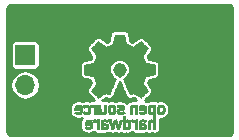
<source format=gbl>
G04 #@! TF.FileFunction,Copper,L2,Bot,Signal*
%FSLAX46Y46*%
G04 Gerber Fmt 4.6, Leading zero omitted, Abs format (unit mm)*
G04 Created by KiCad (PCBNEW 4.0.6) date 07/26/17 22:27:42*
%MOMM*%
%LPD*%
G01*
G04 APERTURE LIST*
%ADD10C,0.100000*%
%ADD11C,0.010000*%
%ADD12R,1.700000X1.700000*%
%ADD13O,1.700000X1.700000*%
%ADD14C,0.254000*%
G04 APERTURE END LIST*
D10*
D11*
G36*
X112536640Y-96952468D02*
X112501408Y-96969874D01*
X112457960Y-97000206D01*
X112426294Y-97033283D01*
X112404606Y-97074817D01*
X112391097Y-97130522D01*
X112383962Y-97206111D01*
X112381400Y-97307296D01*
X112381250Y-97350797D01*
X112381688Y-97446135D01*
X112383504Y-97514271D01*
X112387455Y-97561418D01*
X112394298Y-97593790D01*
X112404789Y-97617600D01*
X112415704Y-97633843D01*
X112485381Y-97702952D01*
X112567434Y-97744521D01*
X112655950Y-97757023D01*
X112745019Y-97738934D01*
X112773237Y-97726142D01*
X112840790Y-97690931D01*
X112840790Y-98242700D01*
X112791488Y-98217205D01*
X112726527Y-98197480D01*
X112646680Y-98192427D01*
X112566948Y-98201756D01*
X112506735Y-98222714D01*
X112456792Y-98262627D01*
X112414119Y-98319741D01*
X112410910Y-98325605D01*
X112397378Y-98353227D01*
X112387495Y-98381068D01*
X112380691Y-98414794D01*
X112376399Y-98460071D01*
X112374049Y-98522562D01*
X112373072Y-98607935D01*
X112372895Y-98704010D01*
X112372895Y-99010526D01*
X112556711Y-99010526D01*
X112556711Y-98445339D01*
X112608125Y-98402077D01*
X112661534Y-98367472D01*
X112712112Y-98361180D01*
X112762970Y-98377372D01*
X112790075Y-98393227D01*
X112810249Y-98415810D01*
X112824597Y-98449940D01*
X112834224Y-98500434D01*
X112840237Y-98572111D01*
X112843740Y-98669788D01*
X112844974Y-98734802D01*
X112849145Y-99002171D01*
X112936875Y-99007222D01*
X113024606Y-99012273D01*
X113024606Y-97353101D01*
X112840790Y-97353101D01*
X112836104Y-97445600D01*
X112820312Y-97509809D01*
X112790817Y-97549759D01*
X112745020Y-97569480D01*
X112698750Y-97573421D01*
X112646372Y-97568892D01*
X112611610Y-97551069D01*
X112589872Y-97527519D01*
X112572760Y-97502189D01*
X112562573Y-97473969D01*
X112558040Y-97434431D01*
X112557891Y-97375142D01*
X112559416Y-97325498D01*
X112562919Y-97250710D01*
X112568133Y-97201611D01*
X112576913Y-97170467D01*
X112591114Y-97149545D01*
X112604516Y-97137452D01*
X112660513Y-97111081D01*
X112726789Y-97106822D01*
X112764844Y-97115906D01*
X112802523Y-97148196D01*
X112827481Y-97211006D01*
X112839578Y-97303894D01*
X112840790Y-97353101D01*
X113024606Y-97353101D01*
X113024606Y-96938421D01*
X112932698Y-96938421D01*
X112877517Y-96940603D01*
X112849048Y-96948351D01*
X112840794Y-96963468D01*
X112840790Y-96963916D01*
X112836960Y-96978720D01*
X112820067Y-96977039D01*
X112786481Y-96960772D01*
X112708222Y-96935887D01*
X112620173Y-96933271D01*
X112536640Y-96952468D01*
X112536640Y-96952468D01*
G37*
X112536640Y-96952468D02*
X112501408Y-96969874D01*
X112457960Y-97000206D01*
X112426294Y-97033283D01*
X112404606Y-97074817D01*
X112391097Y-97130522D01*
X112383962Y-97206111D01*
X112381400Y-97307296D01*
X112381250Y-97350797D01*
X112381688Y-97446135D01*
X112383504Y-97514271D01*
X112387455Y-97561418D01*
X112394298Y-97593790D01*
X112404789Y-97617600D01*
X112415704Y-97633843D01*
X112485381Y-97702952D01*
X112567434Y-97744521D01*
X112655950Y-97757023D01*
X112745019Y-97738934D01*
X112773237Y-97726142D01*
X112840790Y-97690931D01*
X112840790Y-98242700D01*
X112791488Y-98217205D01*
X112726527Y-98197480D01*
X112646680Y-98192427D01*
X112566948Y-98201756D01*
X112506735Y-98222714D01*
X112456792Y-98262627D01*
X112414119Y-98319741D01*
X112410910Y-98325605D01*
X112397378Y-98353227D01*
X112387495Y-98381068D01*
X112380691Y-98414794D01*
X112376399Y-98460071D01*
X112374049Y-98522562D01*
X112373072Y-98607935D01*
X112372895Y-98704010D01*
X112372895Y-99010526D01*
X112556711Y-99010526D01*
X112556711Y-98445339D01*
X112608125Y-98402077D01*
X112661534Y-98367472D01*
X112712112Y-98361180D01*
X112762970Y-98377372D01*
X112790075Y-98393227D01*
X112810249Y-98415810D01*
X112824597Y-98449940D01*
X112834224Y-98500434D01*
X112840237Y-98572111D01*
X112843740Y-98669788D01*
X112844974Y-98734802D01*
X112849145Y-99002171D01*
X112936875Y-99007222D01*
X113024606Y-99012273D01*
X113024606Y-97353101D01*
X112840790Y-97353101D01*
X112836104Y-97445600D01*
X112820312Y-97509809D01*
X112790817Y-97549759D01*
X112745020Y-97569480D01*
X112698750Y-97573421D01*
X112646372Y-97568892D01*
X112611610Y-97551069D01*
X112589872Y-97527519D01*
X112572760Y-97502189D01*
X112562573Y-97473969D01*
X112558040Y-97434431D01*
X112557891Y-97375142D01*
X112559416Y-97325498D01*
X112562919Y-97250710D01*
X112568133Y-97201611D01*
X112576913Y-97170467D01*
X112591114Y-97149545D01*
X112604516Y-97137452D01*
X112660513Y-97111081D01*
X112726789Y-97106822D01*
X112764844Y-97115906D01*
X112802523Y-97148196D01*
X112827481Y-97211006D01*
X112839578Y-97303894D01*
X112840790Y-97353101D01*
X113024606Y-97353101D01*
X113024606Y-96938421D01*
X112932698Y-96938421D01*
X112877517Y-96940603D01*
X112849048Y-96948351D01*
X112840794Y-96963468D01*
X112840790Y-96963916D01*
X112836960Y-96978720D01*
X112820067Y-96977039D01*
X112786481Y-96960772D01*
X112708222Y-96935887D01*
X112620173Y-96933271D01*
X112536640Y-96952468D01*
G36*
X111839543Y-98198184D02*
X111760930Y-98219160D01*
X111701084Y-98257180D01*
X111658853Y-98306978D01*
X111645725Y-98328230D01*
X111636032Y-98350492D01*
X111629256Y-98378970D01*
X111624877Y-98418871D01*
X111622376Y-98475401D01*
X111621232Y-98553767D01*
X111620928Y-98659176D01*
X111620922Y-98687142D01*
X111620922Y-99010526D01*
X111701132Y-99010526D01*
X111752294Y-99006943D01*
X111790123Y-98997866D01*
X111799601Y-98992268D01*
X111825512Y-98982606D01*
X111851976Y-98992268D01*
X111895548Y-99004330D01*
X111958840Y-99009185D01*
X112028990Y-99007078D01*
X112093140Y-98998256D01*
X112130593Y-98986937D01*
X112203067Y-98940412D01*
X112248360Y-98875846D01*
X112268722Y-98790000D01*
X112268912Y-98787796D01*
X112267125Y-98749713D01*
X112105527Y-98749713D01*
X112091399Y-98793030D01*
X112068388Y-98817408D01*
X112022196Y-98835845D01*
X111961225Y-98843205D01*
X111899051Y-98839583D01*
X111849249Y-98825074D01*
X111835297Y-98815765D01*
X111810915Y-98772753D01*
X111804737Y-98723857D01*
X111804737Y-98659605D01*
X111897182Y-98659605D01*
X111985005Y-98666366D01*
X112051582Y-98685520D01*
X112092998Y-98715376D01*
X112105527Y-98749713D01*
X112267125Y-98749713D01*
X112264510Y-98694004D01*
X112233576Y-98619847D01*
X112175419Y-98563767D01*
X112167380Y-98558665D01*
X112132837Y-98542055D01*
X112090082Y-98531996D01*
X112030314Y-98527107D01*
X111959310Y-98525983D01*
X111804737Y-98525921D01*
X111804737Y-98461125D01*
X111811294Y-98410850D01*
X111828025Y-98377169D01*
X111829984Y-98375376D01*
X111867217Y-98360642D01*
X111923420Y-98354931D01*
X111985533Y-98357737D01*
X112040490Y-98368556D01*
X112073101Y-98384782D01*
X112090772Y-98397780D01*
X112109431Y-98400262D01*
X112135181Y-98389613D01*
X112174127Y-98363218D01*
X112232370Y-98318465D01*
X112237716Y-98314273D01*
X112234977Y-98298760D01*
X112212124Y-98272960D01*
X112177391Y-98244289D01*
X112139010Y-98220166D01*
X112126952Y-98214470D01*
X112082966Y-98203103D01*
X112018513Y-98194995D01*
X111946503Y-98191743D01*
X111943136Y-98191736D01*
X111839543Y-98198184D01*
X111839543Y-98198184D01*
G37*
X111839543Y-98198184D02*
X111760930Y-98219160D01*
X111701084Y-98257180D01*
X111658853Y-98306978D01*
X111645725Y-98328230D01*
X111636032Y-98350492D01*
X111629256Y-98378970D01*
X111624877Y-98418871D01*
X111622376Y-98475401D01*
X111621232Y-98553767D01*
X111620928Y-98659176D01*
X111620922Y-98687142D01*
X111620922Y-99010526D01*
X111701132Y-99010526D01*
X111752294Y-99006943D01*
X111790123Y-98997866D01*
X111799601Y-98992268D01*
X111825512Y-98982606D01*
X111851976Y-98992268D01*
X111895548Y-99004330D01*
X111958840Y-99009185D01*
X112028990Y-99007078D01*
X112093140Y-98998256D01*
X112130593Y-98986937D01*
X112203067Y-98940412D01*
X112248360Y-98875846D01*
X112268722Y-98790000D01*
X112268912Y-98787796D01*
X112267125Y-98749713D01*
X112105527Y-98749713D01*
X112091399Y-98793030D01*
X112068388Y-98817408D01*
X112022196Y-98835845D01*
X111961225Y-98843205D01*
X111899051Y-98839583D01*
X111849249Y-98825074D01*
X111835297Y-98815765D01*
X111810915Y-98772753D01*
X111804737Y-98723857D01*
X111804737Y-98659605D01*
X111897182Y-98659605D01*
X111985005Y-98666366D01*
X112051582Y-98685520D01*
X112092998Y-98715376D01*
X112105527Y-98749713D01*
X112267125Y-98749713D01*
X112264510Y-98694004D01*
X112233576Y-98619847D01*
X112175419Y-98563767D01*
X112167380Y-98558665D01*
X112132837Y-98542055D01*
X112090082Y-98531996D01*
X112030314Y-98527107D01*
X111959310Y-98525983D01*
X111804737Y-98525921D01*
X111804737Y-98461125D01*
X111811294Y-98410850D01*
X111828025Y-98377169D01*
X111829984Y-98375376D01*
X111867217Y-98360642D01*
X111923420Y-98354931D01*
X111985533Y-98357737D01*
X112040490Y-98368556D01*
X112073101Y-98384782D01*
X112090772Y-98397780D01*
X112109431Y-98400262D01*
X112135181Y-98389613D01*
X112174127Y-98363218D01*
X112232370Y-98318465D01*
X112237716Y-98314273D01*
X112234977Y-98298760D01*
X112212124Y-98272960D01*
X112177391Y-98244289D01*
X112139010Y-98220166D01*
X112126952Y-98214470D01*
X112082966Y-98203103D01*
X112018513Y-98194995D01*
X111946503Y-98191743D01*
X111943136Y-98191736D01*
X111839543Y-98198184D01*
G36*
X111320119Y-98193486D02*
X111295112Y-98200982D01*
X111287050Y-98217451D01*
X111286711Y-98224886D01*
X111285264Y-98245594D01*
X111275302Y-98248845D01*
X111248388Y-98234648D01*
X111232402Y-98224948D01*
X111181967Y-98204175D01*
X111121728Y-98193904D01*
X111058566Y-98193114D01*
X110999363Y-98200786D01*
X110950998Y-98215898D01*
X110920354Y-98237432D01*
X110914311Y-98264366D01*
X110917361Y-98271660D01*
X110939594Y-98301937D01*
X110974070Y-98339175D01*
X110980306Y-98345195D01*
X111013167Y-98372875D01*
X111041520Y-98381818D01*
X111081173Y-98375576D01*
X111097058Y-98371429D01*
X111146491Y-98361467D01*
X111181248Y-98365947D01*
X111210600Y-98381746D01*
X111237487Y-98402949D01*
X111257290Y-98429614D01*
X111271052Y-98466827D01*
X111279816Y-98519673D01*
X111284626Y-98593237D01*
X111286526Y-98692605D01*
X111286711Y-98752601D01*
X111286711Y-99010526D01*
X111453816Y-99010526D01*
X111453816Y-98191710D01*
X111370264Y-98191710D01*
X111320119Y-98193486D01*
X111320119Y-98193486D01*
G37*
X111320119Y-98193486D02*
X111295112Y-98200982D01*
X111287050Y-98217451D01*
X111286711Y-98224886D01*
X111285264Y-98245594D01*
X111275302Y-98248845D01*
X111248388Y-98234648D01*
X111232402Y-98224948D01*
X111181967Y-98204175D01*
X111121728Y-98193904D01*
X111058566Y-98193114D01*
X110999363Y-98200786D01*
X110950998Y-98215898D01*
X110920354Y-98237432D01*
X110914311Y-98264366D01*
X110917361Y-98271660D01*
X110939594Y-98301937D01*
X110974070Y-98339175D01*
X110980306Y-98345195D01*
X111013167Y-98372875D01*
X111041520Y-98381818D01*
X111081173Y-98375576D01*
X111097058Y-98371429D01*
X111146491Y-98361467D01*
X111181248Y-98365947D01*
X111210600Y-98381746D01*
X111237487Y-98402949D01*
X111257290Y-98429614D01*
X111271052Y-98466827D01*
X111279816Y-98519673D01*
X111284626Y-98593237D01*
X111286526Y-98692605D01*
X111286711Y-98752601D01*
X111286711Y-99010526D01*
X111453816Y-99010526D01*
X111453816Y-98191710D01*
X111370264Y-98191710D01*
X111320119Y-98193486D01*
G36*
X110267369Y-99010526D02*
X110359277Y-99010526D01*
X110412623Y-99008962D01*
X110440407Y-99002485D01*
X110450410Y-98988418D01*
X110451185Y-98978906D01*
X110452872Y-98959832D01*
X110463510Y-98956174D01*
X110491465Y-98967932D01*
X110513205Y-98978906D01*
X110596668Y-99004911D01*
X110687396Y-99006416D01*
X110761158Y-98987021D01*
X110829846Y-98940165D01*
X110882206Y-98871004D01*
X110910878Y-98789427D01*
X110911608Y-98784866D01*
X110915868Y-98735101D01*
X110917986Y-98663659D01*
X110917816Y-98609626D01*
X110735280Y-98609626D01*
X110731051Y-98681441D01*
X110721432Y-98740634D01*
X110708410Y-98774060D01*
X110659144Y-98819740D01*
X110600650Y-98836115D01*
X110540329Y-98822873D01*
X110488783Y-98783373D01*
X110469262Y-98756807D01*
X110457848Y-98725106D01*
X110452502Y-98678832D01*
X110451185Y-98609328D01*
X110453542Y-98540499D01*
X110459767Y-98480026D01*
X110468592Y-98439556D01*
X110470063Y-98435929D01*
X110505653Y-98392802D01*
X110557600Y-98369124D01*
X110615722Y-98365301D01*
X110669840Y-98381738D01*
X110709774Y-98418840D01*
X110713917Y-98426222D01*
X110726884Y-98471239D01*
X110733948Y-98535967D01*
X110735280Y-98609626D01*
X110917816Y-98609626D01*
X110917729Y-98582230D01*
X110916528Y-98538405D01*
X110908355Y-98429988D01*
X110891370Y-98348588D01*
X110863113Y-98288412D01*
X110821128Y-98243666D01*
X110780368Y-98217400D01*
X110723419Y-98198935D01*
X110652589Y-98192602D01*
X110580059Y-98197760D01*
X110518014Y-98213769D01*
X110485232Y-98232920D01*
X110451185Y-98263732D01*
X110451185Y-97874210D01*
X110267369Y-97874210D01*
X110267369Y-99010526D01*
X110267369Y-99010526D01*
G37*
X110267369Y-99010526D02*
X110359277Y-99010526D01*
X110412623Y-99008962D01*
X110440407Y-99002485D01*
X110450410Y-98988418D01*
X110451185Y-98978906D01*
X110452872Y-98959832D01*
X110463510Y-98956174D01*
X110491465Y-98967932D01*
X110513205Y-98978906D01*
X110596668Y-99004911D01*
X110687396Y-99006416D01*
X110761158Y-98987021D01*
X110829846Y-98940165D01*
X110882206Y-98871004D01*
X110910878Y-98789427D01*
X110911608Y-98784866D01*
X110915868Y-98735101D01*
X110917986Y-98663659D01*
X110917816Y-98609626D01*
X110735280Y-98609626D01*
X110731051Y-98681441D01*
X110721432Y-98740634D01*
X110708410Y-98774060D01*
X110659144Y-98819740D01*
X110600650Y-98836115D01*
X110540329Y-98822873D01*
X110488783Y-98783373D01*
X110469262Y-98756807D01*
X110457848Y-98725106D01*
X110452502Y-98678832D01*
X110451185Y-98609328D01*
X110453542Y-98540499D01*
X110459767Y-98480026D01*
X110468592Y-98439556D01*
X110470063Y-98435929D01*
X110505653Y-98392802D01*
X110557600Y-98369124D01*
X110615722Y-98365301D01*
X110669840Y-98381738D01*
X110709774Y-98418840D01*
X110713917Y-98426222D01*
X110726884Y-98471239D01*
X110733948Y-98535967D01*
X110735280Y-98609626D01*
X110917816Y-98609626D01*
X110917729Y-98582230D01*
X110916528Y-98538405D01*
X110908355Y-98429988D01*
X110891370Y-98348588D01*
X110863113Y-98288412D01*
X110821128Y-98243666D01*
X110780368Y-98217400D01*
X110723419Y-98198935D01*
X110652589Y-98192602D01*
X110580059Y-98197760D01*
X110518014Y-98213769D01*
X110485232Y-98232920D01*
X110451185Y-98263732D01*
X110451185Y-97874210D01*
X110267369Y-97874210D01*
X110267369Y-99010526D01*
G36*
X109625870Y-98195104D02*
X109559780Y-98200066D01*
X109473374Y-98459079D01*
X109386969Y-98718092D01*
X109359876Y-98626184D01*
X109343572Y-98569384D01*
X109322125Y-98492625D01*
X109298965Y-98408251D01*
X109286720Y-98362993D01*
X109240656Y-98191710D01*
X109050613Y-98191710D01*
X109107418Y-98371349D01*
X109135393Y-98459704D01*
X109169187Y-98566281D01*
X109204480Y-98677454D01*
X109235987Y-98776579D01*
X109307750Y-99002171D01*
X109462714Y-99012253D01*
X109504730Y-98873528D01*
X109530641Y-98787351D01*
X109558917Y-98692347D01*
X109583631Y-98608441D01*
X109584606Y-98605102D01*
X109603065Y-98548248D01*
X109619351Y-98509456D01*
X109630758Y-98494787D01*
X109633102Y-98496483D01*
X109641329Y-98519225D01*
X109656962Y-98567940D01*
X109678096Y-98636502D01*
X109702830Y-98718785D01*
X109716213Y-98764046D01*
X109788689Y-99010526D01*
X109942505Y-99010526D01*
X110065469Y-98622006D01*
X110100012Y-98513022D01*
X110131479Y-98414048D01*
X110158384Y-98329736D01*
X110179241Y-98264734D01*
X110192562Y-98223692D01*
X110196612Y-98211701D01*
X110193406Y-98199423D01*
X110168235Y-98194046D01*
X110115854Y-98194584D01*
X110107655Y-98194990D01*
X110010518Y-98200066D01*
X109946900Y-98434013D01*
X109923516Y-98519333D01*
X109902619Y-98594335D01*
X109886049Y-98652507D01*
X109875646Y-98687337D01*
X109873724Y-98693016D01*
X109865759Y-98686486D01*
X109849696Y-98652654D01*
X109827379Y-98596127D01*
X109800655Y-98521510D01*
X109778063Y-98454107D01*
X109691959Y-98190143D01*
X109625870Y-98195104D01*
X109625870Y-98195104D01*
G37*
X109625870Y-98195104D02*
X109559780Y-98200066D01*
X109473374Y-98459079D01*
X109386969Y-98718092D01*
X109359876Y-98626184D01*
X109343572Y-98569384D01*
X109322125Y-98492625D01*
X109298965Y-98408251D01*
X109286720Y-98362993D01*
X109240656Y-98191710D01*
X109050613Y-98191710D01*
X109107418Y-98371349D01*
X109135393Y-98459704D01*
X109169187Y-98566281D01*
X109204480Y-98677454D01*
X109235987Y-98776579D01*
X109307750Y-99002171D01*
X109462714Y-99012253D01*
X109504730Y-98873528D01*
X109530641Y-98787351D01*
X109558917Y-98692347D01*
X109583631Y-98608441D01*
X109584606Y-98605102D01*
X109603065Y-98548248D01*
X109619351Y-98509456D01*
X109630758Y-98494787D01*
X109633102Y-98496483D01*
X109641329Y-98519225D01*
X109656962Y-98567940D01*
X109678096Y-98636502D01*
X109702830Y-98718785D01*
X109716213Y-98764046D01*
X109788689Y-99010526D01*
X109942505Y-99010526D01*
X110065469Y-98622006D01*
X110100012Y-98513022D01*
X110131479Y-98414048D01*
X110158384Y-98329736D01*
X110179241Y-98264734D01*
X110192562Y-98223692D01*
X110196612Y-98211701D01*
X110193406Y-98199423D01*
X110168235Y-98194046D01*
X110115854Y-98194584D01*
X110107655Y-98194990D01*
X110010518Y-98200066D01*
X109946900Y-98434013D01*
X109923516Y-98519333D01*
X109902619Y-98594335D01*
X109886049Y-98652507D01*
X109875646Y-98687337D01*
X109873724Y-98693016D01*
X109865759Y-98686486D01*
X109849696Y-98652654D01*
X109827379Y-98596127D01*
X109800655Y-98521510D01*
X109778063Y-98454107D01*
X109691959Y-98190143D01*
X109625870Y-98195104D01*
G36*
X108620008Y-98196673D02*
X108549573Y-98213780D01*
X108529213Y-98222844D01*
X108489747Y-98246583D01*
X108459459Y-98273321D01*
X108437048Y-98307699D01*
X108421214Y-98354360D01*
X108410657Y-98417946D01*
X108404076Y-98503099D01*
X108400172Y-98614462D01*
X108398690Y-98688849D01*
X108393235Y-99010526D01*
X108486420Y-99010526D01*
X108542953Y-99008156D01*
X108572078Y-99000055D01*
X108579606Y-98986451D01*
X108583580Y-98971741D01*
X108601348Y-98974554D01*
X108625560Y-98986348D01*
X108686172Y-99004427D01*
X108764071Y-99009299D01*
X108846005Y-99001330D01*
X108918719Y-98980889D01*
X108925241Y-98978051D01*
X108991698Y-98931365D01*
X109035509Y-98866464D01*
X109055668Y-98790600D01*
X109054128Y-98763344D01*
X108889655Y-98763344D01*
X108875163Y-98800024D01*
X108832195Y-98826309D01*
X108762871Y-98840417D01*
X108725823Y-98842290D01*
X108664081Y-98837494D01*
X108623040Y-98818858D01*
X108613027Y-98810000D01*
X108585900Y-98761806D01*
X108579606Y-98718092D01*
X108579606Y-98659605D01*
X108661070Y-98659605D01*
X108755766Y-98664432D01*
X108822187Y-98679613D01*
X108864154Y-98706200D01*
X108873551Y-98718052D01*
X108889655Y-98763344D01*
X109054128Y-98763344D01*
X109051171Y-98711026D01*
X109021015Y-98634995D01*
X108979869Y-98583612D01*
X108954948Y-98561397D01*
X108930552Y-98546798D01*
X108898809Y-98537897D01*
X108851848Y-98532775D01*
X108781796Y-98529515D01*
X108754010Y-98528577D01*
X108579606Y-98522879D01*
X108579862Y-98470091D01*
X108586616Y-98414603D01*
X108611036Y-98381052D01*
X108660370Y-98359618D01*
X108661694Y-98359236D01*
X108731640Y-98350808D01*
X108800086Y-98361816D01*
X108850953Y-98388585D01*
X108871363Y-98401803D01*
X108893346Y-98399974D01*
X108927174Y-98380824D01*
X108947039Y-98367308D01*
X108985894Y-98338432D01*
X109009962Y-98316786D01*
X109013824Y-98310589D01*
X108997921Y-98278519D01*
X108950935Y-98240219D01*
X108930527Y-98227297D01*
X108871857Y-98205041D01*
X108792788Y-98192432D01*
X108704959Y-98189600D01*
X108620008Y-98196673D01*
X108620008Y-98196673D01*
G37*
X108620008Y-98196673D02*
X108549573Y-98213780D01*
X108529213Y-98222844D01*
X108489747Y-98246583D01*
X108459459Y-98273321D01*
X108437048Y-98307699D01*
X108421214Y-98354360D01*
X108410657Y-98417946D01*
X108404076Y-98503099D01*
X108400172Y-98614462D01*
X108398690Y-98688849D01*
X108393235Y-99010526D01*
X108486420Y-99010526D01*
X108542953Y-99008156D01*
X108572078Y-99000055D01*
X108579606Y-98986451D01*
X108583580Y-98971741D01*
X108601348Y-98974554D01*
X108625560Y-98986348D01*
X108686172Y-99004427D01*
X108764071Y-99009299D01*
X108846005Y-99001330D01*
X108918719Y-98980889D01*
X108925241Y-98978051D01*
X108991698Y-98931365D01*
X109035509Y-98866464D01*
X109055668Y-98790600D01*
X109054128Y-98763344D01*
X108889655Y-98763344D01*
X108875163Y-98800024D01*
X108832195Y-98826309D01*
X108762871Y-98840417D01*
X108725823Y-98842290D01*
X108664081Y-98837494D01*
X108623040Y-98818858D01*
X108613027Y-98810000D01*
X108585900Y-98761806D01*
X108579606Y-98718092D01*
X108579606Y-98659605D01*
X108661070Y-98659605D01*
X108755766Y-98664432D01*
X108822187Y-98679613D01*
X108864154Y-98706200D01*
X108873551Y-98718052D01*
X108889655Y-98763344D01*
X109054128Y-98763344D01*
X109051171Y-98711026D01*
X109021015Y-98634995D01*
X108979869Y-98583612D01*
X108954948Y-98561397D01*
X108930552Y-98546798D01*
X108898809Y-98537897D01*
X108851848Y-98532775D01*
X108781796Y-98529515D01*
X108754010Y-98528577D01*
X108579606Y-98522879D01*
X108579862Y-98470091D01*
X108586616Y-98414603D01*
X108611036Y-98381052D01*
X108660370Y-98359618D01*
X108661694Y-98359236D01*
X108731640Y-98350808D01*
X108800086Y-98361816D01*
X108850953Y-98388585D01*
X108871363Y-98401803D01*
X108893346Y-98399974D01*
X108927174Y-98380824D01*
X108947039Y-98367308D01*
X108985894Y-98338432D01*
X109009962Y-98316786D01*
X109013824Y-98310589D01*
X108997921Y-98278519D01*
X108950935Y-98240219D01*
X108930527Y-98227297D01*
X108871857Y-98205041D01*
X108792788Y-98192432D01*
X108704959Y-98189600D01*
X108620008Y-98196673D01*
G36*
X107826833Y-98191447D02*
X107762592Y-98204112D01*
X107726020Y-98222864D01*
X107687547Y-98254017D01*
X107742283Y-98323127D01*
X107776031Y-98364979D01*
X107798947Y-98385398D01*
X107821721Y-98388517D01*
X107855044Y-98378472D01*
X107870686Y-98372789D01*
X107934458Y-98364404D01*
X107992860Y-98382378D01*
X108035736Y-98422982D01*
X108042701Y-98435929D01*
X108050287Y-98470224D01*
X108056141Y-98533427D01*
X108059989Y-98621060D01*
X108061557Y-98728640D01*
X108061579Y-98743944D01*
X108061579Y-99010526D01*
X108245395Y-99010526D01*
X108245395Y-98191710D01*
X108153487Y-98191710D01*
X108100493Y-98193094D01*
X108072885Y-98199252D01*
X108062676Y-98213194D01*
X108061579Y-98226344D01*
X108061579Y-98260978D01*
X108017550Y-98226344D01*
X107967063Y-98202716D01*
X107899240Y-98191033D01*
X107826833Y-98191447D01*
X107826833Y-98191447D01*
G37*
X107826833Y-98191447D02*
X107762592Y-98204112D01*
X107726020Y-98222864D01*
X107687547Y-98254017D01*
X107742283Y-98323127D01*
X107776031Y-98364979D01*
X107798947Y-98385398D01*
X107821721Y-98388517D01*
X107855044Y-98378472D01*
X107870686Y-98372789D01*
X107934458Y-98364404D01*
X107992860Y-98382378D01*
X108035736Y-98422982D01*
X108042701Y-98435929D01*
X108050287Y-98470224D01*
X108056141Y-98533427D01*
X108059989Y-98621060D01*
X108061557Y-98728640D01*
X108061579Y-98743944D01*
X108061579Y-99010526D01*
X108245395Y-99010526D01*
X108245395Y-98191710D01*
X108153487Y-98191710D01*
X108100493Y-98193094D01*
X108072885Y-98199252D01*
X108062676Y-98213194D01*
X108061579Y-98226344D01*
X108061579Y-98260978D01*
X108017550Y-98226344D01*
X107967063Y-98202716D01*
X107899240Y-98191033D01*
X107826833Y-98191447D01*
G36*
X107298807Y-98196078D02*
X107218932Y-98216845D01*
X107152038Y-98259705D01*
X107119649Y-98291723D01*
X107066555Y-98367413D01*
X107036127Y-98455216D01*
X107025673Y-98563150D01*
X107025620Y-98571875D01*
X107025527Y-98659605D01*
X107530466Y-98659605D01*
X107519702Y-98705559D01*
X107500268Y-98747178D01*
X107466255Y-98790544D01*
X107459140Y-98797467D01*
X107397997Y-98834935D01*
X107328271Y-98841289D01*
X107248013Y-98816638D01*
X107234408Y-98810000D01*
X107192681Y-98789819D01*
X107164732Y-98778321D01*
X107159855Y-98777258D01*
X107142832Y-98787583D01*
X107110367Y-98812845D01*
X107093886Y-98826650D01*
X107059736Y-98858361D01*
X107048522Y-98879299D01*
X107056305Y-98898560D01*
X107060465Y-98903827D01*
X107088643Y-98926878D01*
X107135138Y-98954892D01*
X107167566Y-98971246D01*
X107259615Y-99000059D01*
X107361524Y-99009395D01*
X107458037Y-98998332D01*
X107485066Y-98990412D01*
X107568724Y-98945581D01*
X107630734Y-98876598D01*
X107671455Y-98782794D01*
X107691245Y-98663498D01*
X107693418Y-98601118D01*
X107687074Y-98510298D01*
X107526843Y-98510298D01*
X107511345Y-98517012D01*
X107469688Y-98522280D01*
X107409124Y-98525389D01*
X107368093Y-98525921D01*
X107294289Y-98525408D01*
X107247707Y-98523006D01*
X107222152Y-98517422D01*
X107211431Y-98507361D01*
X107209343Y-98492763D01*
X107223669Y-98447796D01*
X107259738Y-98403353D01*
X107307185Y-98369242D01*
X107354651Y-98355288D01*
X107419121Y-98367666D01*
X107474930Y-98403452D01*
X107513626Y-98455033D01*
X107526843Y-98510298D01*
X107687074Y-98510298D01*
X107684179Y-98468866D01*
X107655664Y-98363498D01*
X107607271Y-98284178D01*
X107538396Y-98230071D01*
X107448435Y-98200343D01*
X107399700Y-98194618D01*
X107298807Y-98196078D01*
X107298807Y-98196078D01*
G37*
X107298807Y-98196078D02*
X107218932Y-98216845D01*
X107152038Y-98259705D01*
X107119649Y-98291723D01*
X107066555Y-98367413D01*
X107036127Y-98455216D01*
X107025673Y-98563150D01*
X107025620Y-98571875D01*
X107025527Y-98659605D01*
X107530466Y-98659605D01*
X107519702Y-98705559D01*
X107500268Y-98747178D01*
X107466255Y-98790544D01*
X107459140Y-98797467D01*
X107397997Y-98834935D01*
X107328271Y-98841289D01*
X107248013Y-98816638D01*
X107234408Y-98810000D01*
X107192681Y-98789819D01*
X107164732Y-98778321D01*
X107159855Y-98777258D01*
X107142832Y-98787583D01*
X107110367Y-98812845D01*
X107093886Y-98826650D01*
X107059736Y-98858361D01*
X107048522Y-98879299D01*
X107056305Y-98898560D01*
X107060465Y-98903827D01*
X107088643Y-98926878D01*
X107135138Y-98954892D01*
X107167566Y-98971246D01*
X107259615Y-99000059D01*
X107361524Y-99009395D01*
X107458037Y-98998332D01*
X107485066Y-98990412D01*
X107568724Y-98945581D01*
X107630734Y-98876598D01*
X107671455Y-98782794D01*
X107691245Y-98663498D01*
X107693418Y-98601118D01*
X107687074Y-98510298D01*
X107526843Y-98510298D01*
X107511345Y-98517012D01*
X107469688Y-98522280D01*
X107409124Y-98525389D01*
X107368093Y-98525921D01*
X107294289Y-98525408D01*
X107247707Y-98523006D01*
X107222152Y-98517422D01*
X107211431Y-98507361D01*
X107209343Y-98492763D01*
X107223669Y-98447796D01*
X107259738Y-98403353D01*
X107307185Y-98369242D01*
X107354651Y-98355288D01*
X107419121Y-98367666D01*
X107474930Y-98403452D01*
X107513626Y-98455033D01*
X107526843Y-98510298D01*
X107687074Y-98510298D01*
X107684179Y-98468866D01*
X107655664Y-98363498D01*
X107607271Y-98284178D01*
X107538396Y-98230071D01*
X107448435Y-98200343D01*
X107399700Y-98194618D01*
X107298807Y-98196078D01*
G36*
X113373216Y-96947104D02*
X113285795Y-96985754D01*
X113219430Y-97050290D01*
X113174024Y-97140812D01*
X113149482Y-97257418D01*
X113147723Y-97275624D01*
X113146344Y-97403984D01*
X113164216Y-97516496D01*
X113200250Y-97607688D01*
X113219545Y-97637022D01*
X113286755Y-97699106D01*
X113372350Y-97739316D01*
X113468110Y-97756003D01*
X113565813Y-97747517D01*
X113640083Y-97721380D01*
X113703953Y-97677335D01*
X113756154Y-97619587D01*
X113757057Y-97618236D01*
X113778256Y-97582593D01*
X113792033Y-97546752D01*
X113800376Y-97501519D01*
X113805273Y-97437701D01*
X113807431Y-97385368D01*
X113808329Y-97337910D01*
X113641257Y-97337910D01*
X113639624Y-97385154D01*
X113633696Y-97448046D01*
X113623239Y-97488407D01*
X113604381Y-97517122D01*
X113586719Y-97533896D01*
X113524106Y-97569016D01*
X113458592Y-97573710D01*
X113397579Y-97548440D01*
X113367072Y-97520124D01*
X113345089Y-97491589D01*
X113332231Y-97464284D01*
X113326588Y-97428750D01*
X113326249Y-97375524D01*
X113327988Y-97326506D01*
X113331729Y-97256482D01*
X113337659Y-97211064D01*
X113348347Y-97181440D01*
X113366361Y-97158797D01*
X113380637Y-97145855D01*
X113440349Y-97111860D01*
X113504766Y-97110165D01*
X113558781Y-97130301D01*
X113604860Y-97172352D01*
X113632311Y-97241428D01*
X113641257Y-97337910D01*
X113808329Y-97337910D01*
X113809401Y-97281299D01*
X113806036Y-97203468D01*
X113795955Y-97144930D01*
X113777774Y-97098737D01*
X113750110Y-97057942D01*
X113739854Y-97045828D01*
X113675722Y-96985474D01*
X113606934Y-96950220D01*
X113522811Y-96935450D01*
X113481791Y-96934243D01*
X113373216Y-96947104D01*
X113373216Y-96947104D01*
G37*
X113373216Y-96947104D02*
X113285795Y-96985754D01*
X113219430Y-97050290D01*
X113174024Y-97140812D01*
X113149482Y-97257418D01*
X113147723Y-97275624D01*
X113146344Y-97403984D01*
X113164216Y-97516496D01*
X113200250Y-97607688D01*
X113219545Y-97637022D01*
X113286755Y-97699106D01*
X113372350Y-97739316D01*
X113468110Y-97756003D01*
X113565813Y-97747517D01*
X113640083Y-97721380D01*
X113703953Y-97677335D01*
X113756154Y-97619587D01*
X113757057Y-97618236D01*
X113778256Y-97582593D01*
X113792033Y-97546752D01*
X113800376Y-97501519D01*
X113805273Y-97437701D01*
X113807431Y-97385368D01*
X113808329Y-97337910D01*
X113641257Y-97337910D01*
X113639624Y-97385154D01*
X113633696Y-97448046D01*
X113623239Y-97488407D01*
X113604381Y-97517122D01*
X113586719Y-97533896D01*
X113524106Y-97569016D01*
X113458592Y-97573710D01*
X113397579Y-97548440D01*
X113367072Y-97520124D01*
X113345089Y-97491589D01*
X113332231Y-97464284D01*
X113326588Y-97428750D01*
X113326249Y-97375524D01*
X113327988Y-97326506D01*
X113331729Y-97256482D01*
X113337659Y-97211064D01*
X113348347Y-97181440D01*
X113366361Y-97158797D01*
X113380637Y-97145855D01*
X113440349Y-97111860D01*
X113504766Y-97110165D01*
X113558781Y-97130301D01*
X113604860Y-97172352D01*
X113632311Y-97241428D01*
X113641257Y-97337910D01*
X113808329Y-97337910D01*
X113809401Y-97281299D01*
X113806036Y-97203468D01*
X113795955Y-97144930D01*
X113777774Y-97098737D01*
X113750110Y-97057942D01*
X113739854Y-97045828D01*
X113675722Y-96985474D01*
X113606934Y-96950220D01*
X113522811Y-96935450D01*
X113481791Y-96934243D01*
X113373216Y-96947104D01*
G36*
X111802982Y-96957027D02*
X111786330Y-96964866D01*
X111728695Y-97007086D01*
X111674195Y-97068700D01*
X111633501Y-97136543D01*
X111621926Y-97167734D01*
X111611366Y-97223449D01*
X111605069Y-97290781D01*
X111604304Y-97318585D01*
X111604211Y-97406316D01*
X112109150Y-97406316D01*
X112098387Y-97452270D01*
X112071967Y-97506620D01*
X112025778Y-97553591D01*
X111970828Y-97583848D01*
X111935811Y-97590131D01*
X111888323Y-97582506D01*
X111831665Y-97563383D01*
X111812418Y-97554584D01*
X111741241Y-97519036D01*
X111680498Y-97565367D01*
X111645448Y-97596703D01*
X111626798Y-97622567D01*
X111625853Y-97630158D01*
X111642515Y-97648556D01*
X111679030Y-97676515D01*
X111712172Y-97698327D01*
X111801607Y-97737537D01*
X111901871Y-97755285D01*
X112001246Y-97750670D01*
X112080461Y-97726551D01*
X112162120Y-97674884D01*
X112220151Y-97606856D01*
X112256454Y-97518843D01*
X112272928Y-97407216D01*
X112274389Y-97356138D01*
X112268543Y-97239091D01*
X112267825Y-97235686D01*
X112100511Y-97235686D01*
X112095903Y-97246662D01*
X112076964Y-97252715D01*
X112037902Y-97255310D01*
X111972923Y-97255910D01*
X111947903Y-97255921D01*
X111871779Y-97255014D01*
X111823504Y-97251720D01*
X111797540Y-97245181D01*
X111788352Y-97234537D01*
X111788027Y-97231119D01*
X111798513Y-97203956D01*
X111824758Y-97165903D01*
X111836041Y-97152579D01*
X111877928Y-97114896D01*
X111921591Y-97100080D01*
X111945115Y-97098842D01*
X112008757Y-97114329D01*
X112062127Y-97155930D01*
X112095981Y-97216353D01*
X112096581Y-97218322D01*
X112100511Y-97235686D01*
X112267825Y-97235686D01*
X112249101Y-97146928D01*
X112214078Y-97073190D01*
X112171244Y-97020848D01*
X112092052Y-96964092D01*
X111998960Y-96933762D01*
X111899945Y-96931021D01*
X111802982Y-96957027D01*
X111802982Y-96957027D01*
G37*
X111802982Y-96957027D02*
X111786330Y-96964866D01*
X111728695Y-97007086D01*
X111674195Y-97068700D01*
X111633501Y-97136543D01*
X111621926Y-97167734D01*
X111611366Y-97223449D01*
X111605069Y-97290781D01*
X111604304Y-97318585D01*
X111604211Y-97406316D01*
X112109150Y-97406316D01*
X112098387Y-97452270D01*
X112071967Y-97506620D01*
X112025778Y-97553591D01*
X111970828Y-97583848D01*
X111935811Y-97590131D01*
X111888323Y-97582506D01*
X111831665Y-97563383D01*
X111812418Y-97554584D01*
X111741241Y-97519036D01*
X111680498Y-97565367D01*
X111645448Y-97596703D01*
X111626798Y-97622567D01*
X111625853Y-97630158D01*
X111642515Y-97648556D01*
X111679030Y-97676515D01*
X111712172Y-97698327D01*
X111801607Y-97737537D01*
X111901871Y-97755285D01*
X112001246Y-97750670D01*
X112080461Y-97726551D01*
X112162120Y-97674884D01*
X112220151Y-97606856D01*
X112256454Y-97518843D01*
X112272928Y-97407216D01*
X112274389Y-97356138D01*
X112268543Y-97239091D01*
X112267825Y-97235686D01*
X112100511Y-97235686D01*
X112095903Y-97246662D01*
X112076964Y-97252715D01*
X112037902Y-97255310D01*
X111972923Y-97255910D01*
X111947903Y-97255921D01*
X111871779Y-97255014D01*
X111823504Y-97251720D01*
X111797540Y-97245181D01*
X111788352Y-97234537D01*
X111788027Y-97231119D01*
X111798513Y-97203956D01*
X111824758Y-97165903D01*
X111836041Y-97152579D01*
X111877928Y-97114896D01*
X111921591Y-97100080D01*
X111945115Y-97098842D01*
X112008757Y-97114329D01*
X112062127Y-97155930D01*
X112095981Y-97216353D01*
X112096581Y-97218322D01*
X112100511Y-97235686D01*
X112267825Y-97235686D01*
X112249101Y-97146928D01*
X112214078Y-97073190D01*
X112171244Y-97020848D01*
X112092052Y-96964092D01*
X111998960Y-96933762D01*
X111899945Y-96931021D01*
X111802982Y-96957027D01*
G36*
X109981372Y-96935547D02*
X109918092Y-96947548D01*
X109852443Y-96972648D01*
X109845428Y-96975848D01*
X109795644Y-97002026D01*
X109761166Y-97026353D01*
X109750022Y-97041937D01*
X109760634Y-97067353D01*
X109786412Y-97104853D01*
X109797854Y-97118852D01*
X109845008Y-97173954D01*
X109905799Y-97138086D01*
X109963653Y-97114192D01*
X110030500Y-97101420D01*
X110094606Y-97100613D01*
X110144236Y-97112615D01*
X110156146Y-97120105D01*
X110178828Y-97154450D01*
X110181584Y-97194013D01*
X110164612Y-97224920D01*
X110154573Y-97230913D01*
X110124490Y-97238357D01*
X110071611Y-97247106D01*
X110006425Y-97255467D01*
X109994400Y-97256778D01*
X109889703Y-97274888D01*
X109813768Y-97305651D01*
X109763408Y-97351907D01*
X109735436Y-97416497D01*
X109726722Y-97495387D01*
X109738760Y-97585065D01*
X109777849Y-97655486D01*
X109844145Y-97706777D01*
X109937806Y-97739067D01*
X110041777Y-97751807D01*
X110126562Y-97751654D01*
X110195335Y-97740083D01*
X110242303Y-97724109D01*
X110301650Y-97696275D01*
X110356494Y-97663973D01*
X110375987Y-97649755D01*
X110426119Y-97608835D01*
X110305197Y-97486477D01*
X110236457Y-97531967D01*
X110167512Y-97566133D01*
X110093889Y-97584004D01*
X110023117Y-97585889D01*
X109962726Y-97572101D01*
X109920243Y-97542949D01*
X109906526Y-97518352D01*
X109908583Y-97478904D01*
X109942670Y-97448737D01*
X110008692Y-97427906D01*
X110081026Y-97418279D01*
X110192348Y-97399910D01*
X110275048Y-97365254D01*
X110330235Y-97313297D01*
X110359012Y-97243023D01*
X110362999Y-97159707D01*
X110343307Y-97072681D01*
X110298411Y-97006902D01*
X110227909Y-96962068D01*
X110131399Y-96937879D01*
X110059900Y-96933137D01*
X109981372Y-96935547D01*
X109981372Y-96935547D01*
G37*
X109981372Y-96935547D02*
X109918092Y-96947548D01*
X109852443Y-96972648D01*
X109845428Y-96975848D01*
X109795644Y-97002026D01*
X109761166Y-97026353D01*
X109750022Y-97041937D01*
X109760634Y-97067353D01*
X109786412Y-97104853D01*
X109797854Y-97118852D01*
X109845008Y-97173954D01*
X109905799Y-97138086D01*
X109963653Y-97114192D01*
X110030500Y-97101420D01*
X110094606Y-97100613D01*
X110144236Y-97112615D01*
X110156146Y-97120105D01*
X110178828Y-97154450D01*
X110181584Y-97194013D01*
X110164612Y-97224920D01*
X110154573Y-97230913D01*
X110124490Y-97238357D01*
X110071611Y-97247106D01*
X110006425Y-97255467D01*
X109994400Y-97256778D01*
X109889703Y-97274888D01*
X109813768Y-97305651D01*
X109763408Y-97351907D01*
X109735436Y-97416497D01*
X109726722Y-97495387D01*
X109738760Y-97585065D01*
X109777849Y-97655486D01*
X109844145Y-97706777D01*
X109937806Y-97739067D01*
X110041777Y-97751807D01*
X110126562Y-97751654D01*
X110195335Y-97740083D01*
X110242303Y-97724109D01*
X110301650Y-97696275D01*
X110356494Y-97663973D01*
X110375987Y-97649755D01*
X110426119Y-97608835D01*
X110305197Y-97486477D01*
X110236457Y-97531967D01*
X110167512Y-97566133D01*
X110093889Y-97584004D01*
X110023117Y-97585889D01*
X109962726Y-97572101D01*
X109920243Y-97542949D01*
X109906526Y-97518352D01*
X109908583Y-97478904D01*
X109942670Y-97448737D01*
X110008692Y-97427906D01*
X110081026Y-97418279D01*
X110192348Y-97399910D01*
X110275048Y-97365254D01*
X110330235Y-97313297D01*
X110359012Y-97243023D01*
X110362999Y-97159707D01*
X110343307Y-97072681D01*
X110298411Y-97006902D01*
X110227909Y-96962068D01*
X110131399Y-96937879D01*
X110059900Y-96933137D01*
X109981372Y-96935547D01*
G36*
X109188331Y-96948310D02*
X109103808Y-96994340D01*
X109037679Y-97067006D01*
X109006522Y-97126106D01*
X108993145Y-97178305D01*
X108984478Y-97252719D01*
X108980763Y-97338442D01*
X108982246Y-97424569D01*
X108989169Y-97500193D01*
X108997255Y-97540584D01*
X109024535Y-97595840D01*
X109071780Y-97654530D01*
X109128718Y-97705852D01*
X109185076Y-97739005D01*
X109186450Y-97739531D01*
X109256384Y-97754018D01*
X109339263Y-97754377D01*
X109418023Y-97741188D01*
X109448434Y-97730617D01*
X109526761Y-97686201D01*
X109582857Y-97628007D01*
X109619714Y-97550965D01*
X109640320Y-97450001D01*
X109644982Y-97397116D01*
X109644387Y-97330663D01*
X109465264Y-97330663D01*
X109459230Y-97427630D01*
X109441862Y-97501523D01*
X109414260Y-97548736D01*
X109394596Y-97562237D01*
X109344213Y-97571651D01*
X109284327Y-97568864D01*
X109232551Y-97555316D01*
X109218973Y-97547862D01*
X109183151Y-97504451D01*
X109159507Y-97438014D01*
X109149442Y-97357161D01*
X109154358Y-97270502D01*
X109165345Y-97218349D01*
X109196891Y-97157951D01*
X109246689Y-97120197D01*
X109306663Y-97107143D01*
X109368736Y-97120849D01*
X109416418Y-97154372D01*
X109441475Y-97182031D01*
X109456100Y-97209294D01*
X109463071Y-97246190D01*
X109465167Y-97302750D01*
X109465264Y-97330663D01*
X109644387Y-97330663D01*
X109643718Y-97255994D01*
X109620735Y-97140271D01*
X109576028Y-97049941D01*
X109509595Y-96985000D01*
X109421435Y-96945445D01*
X109402505Y-96940858D01*
X109288734Y-96930090D01*
X109188331Y-96948310D01*
X109188331Y-96948310D01*
G37*
X109188331Y-96948310D02*
X109103808Y-96994340D01*
X109037679Y-97067006D01*
X109006522Y-97126106D01*
X108993145Y-97178305D01*
X108984478Y-97252719D01*
X108980763Y-97338442D01*
X108982246Y-97424569D01*
X108989169Y-97500193D01*
X108997255Y-97540584D01*
X109024535Y-97595840D01*
X109071780Y-97654530D01*
X109128718Y-97705852D01*
X109185076Y-97739005D01*
X109186450Y-97739531D01*
X109256384Y-97754018D01*
X109339263Y-97754377D01*
X109418023Y-97741188D01*
X109448434Y-97730617D01*
X109526761Y-97686201D01*
X109582857Y-97628007D01*
X109619714Y-97550965D01*
X109640320Y-97450001D01*
X109644982Y-97397116D01*
X109644387Y-97330663D01*
X109465264Y-97330663D01*
X109459230Y-97427630D01*
X109441862Y-97501523D01*
X109414260Y-97548736D01*
X109394596Y-97562237D01*
X109344213Y-97571651D01*
X109284327Y-97568864D01*
X109232551Y-97555316D01*
X109218973Y-97547862D01*
X109183151Y-97504451D01*
X109159507Y-97438014D01*
X109149442Y-97357161D01*
X109154358Y-97270502D01*
X109165345Y-97218349D01*
X109196891Y-97157951D01*
X109246689Y-97120197D01*
X109306663Y-97107143D01*
X109368736Y-97120849D01*
X109416418Y-97154372D01*
X109441475Y-97182031D01*
X109456100Y-97209294D01*
X109463071Y-97246190D01*
X109465167Y-97302750D01*
X109465264Y-97330663D01*
X109644387Y-97330663D01*
X109643718Y-97255994D01*
X109620735Y-97140271D01*
X109576028Y-97049941D01*
X109509595Y-96985000D01*
X109421435Y-96945445D01*
X109402505Y-96940858D01*
X109288734Y-96930090D01*
X109188331Y-96948310D01*
G36*
X108679869Y-97198533D02*
X108678290Y-97321089D01*
X108672519Y-97414179D01*
X108661009Y-97481651D01*
X108642210Y-97527355D01*
X108614574Y-97555139D01*
X108576552Y-97568854D01*
X108529474Y-97572358D01*
X108480168Y-97568432D01*
X108442717Y-97554089D01*
X108415572Y-97525478D01*
X108397185Y-97478751D01*
X108386007Y-97410058D01*
X108380489Y-97315550D01*
X108379079Y-97198533D01*
X108379079Y-96938421D01*
X108195264Y-96938421D01*
X108195264Y-97740526D01*
X108287172Y-97740526D01*
X108342578Y-97738281D01*
X108371109Y-97730396D01*
X108379079Y-97715428D01*
X108383880Y-97702097D01*
X108402986Y-97704917D01*
X108441496Y-97723783D01*
X108529761Y-97752887D01*
X108623377Y-97750825D01*
X108713079Y-97719221D01*
X108755796Y-97694257D01*
X108788379Y-97667226D01*
X108812183Y-97633405D01*
X108828561Y-97588068D01*
X108838869Y-97526489D01*
X108844459Y-97443943D01*
X108846688Y-97335705D01*
X108846974Y-97252004D01*
X108846974Y-96938421D01*
X108679869Y-96938421D01*
X108679869Y-97198533D01*
X108679869Y-97198533D01*
G37*
X108679869Y-97198533D02*
X108678290Y-97321089D01*
X108672519Y-97414179D01*
X108661009Y-97481651D01*
X108642210Y-97527355D01*
X108614574Y-97555139D01*
X108576552Y-97568854D01*
X108529474Y-97572358D01*
X108480168Y-97568432D01*
X108442717Y-97554089D01*
X108415572Y-97525478D01*
X108397185Y-97478751D01*
X108386007Y-97410058D01*
X108380489Y-97315550D01*
X108379079Y-97198533D01*
X108379079Y-96938421D01*
X108195264Y-96938421D01*
X108195264Y-97740526D01*
X108287172Y-97740526D01*
X108342578Y-97738281D01*
X108371109Y-97730396D01*
X108379079Y-97715428D01*
X108383880Y-97702097D01*
X108402986Y-97704917D01*
X108441496Y-97723783D01*
X108529761Y-97752887D01*
X108623377Y-97750825D01*
X108713079Y-97719221D01*
X108755796Y-97694257D01*
X108788379Y-97667226D01*
X108812183Y-97633405D01*
X108828561Y-97588068D01*
X108838869Y-97526489D01*
X108844459Y-97443943D01*
X108846688Y-97335705D01*
X108846974Y-97252004D01*
X108846974Y-96938421D01*
X108679869Y-96938421D01*
X108679869Y-97198533D01*
G36*
X107053424Y-96945419D02*
X106956605Y-96986549D01*
X106926110Y-97006571D01*
X106887135Y-97037340D01*
X106862669Y-97061533D01*
X106858422Y-97069413D01*
X106870416Y-97086899D01*
X106901113Y-97116570D01*
X106925688Y-97137279D01*
X106992954Y-97191336D01*
X107046070Y-97146642D01*
X107087116Y-97117789D01*
X107127137Y-97107829D01*
X107172941Y-97110261D01*
X107245676Y-97128345D01*
X107295744Y-97165881D01*
X107326171Y-97226562D01*
X107339983Y-97314081D01*
X107339987Y-97314136D01*
X107338792Y-97411958D01*
X107320228Y-97483730D01*
X107283196Y-97532595D01*
X107257950Y-97549143D01*
X107190903Y-97569749D01*
X107119291Y-97569762D01*
X107056985Y-97549768D01*
X107042237Y-97540000D01*
X107005250Y-97515047D01*
X106976332Y-97510958D01*
X106945144Y-97529530D01*
X106910664Y-97562887D01*
X106856088Y-97619196D01*
X106916682Y-97669142D01*
X107010302Y-97725513D01*
X107115875Y-97753293D01*
X107226202Y-97751282D01*
X107298657Y-97732862D01*
X107383344Y-97687310D01*
X107451073Y-97615650D01*
X107481843Y-97565066D01*
X107506764Y-97492488D01*
X107519234Y-97400569D01*
X107519330Y-97300948D01*
X107507130Y-97205267D01*
X107482710Y-97125169D01*
X107478864Y-97116956D01*
X107421907Y-97036413D01*
X107344791Y-96977771D01*
X107253610Y-96942247D01*
X107154457Y-96931057D01*
X107053424Y-96945419D01*
X107053424Y-96945419D01*
G37*
X107053424Y-96945419D02*
X106956605Y-96986549D01*
X106926110Y-97006571D01*
X106887135Y-97037340D01*
X106862669Y-97061533D01*
X106858422Y-97069413D01*
X106870416Y-97086899D01*
X106901113Y-97116570D01*
X106925688Y-97137279D01*
X106992954Y-97191336D01*
X107046070Y-97146642D01*
X107087116Y-97117789D01*
X107127137Y-97107829D01*
X107172941Y-97110261D01*
X107245676Y-97128345D01*
X107295744Y-97165881D01*
X107326171Y-97226562D01*
X107339983Y-97314081D01*
X107339987Y-97314136D01*
X107338792Y-97411958D01*
X107320228Y-97483730D01*
X107283196Y-97532595D01*
X107257950Y-97549143D01*
X107190903Y-97569749D01*
X107119291Y-97569762D01*
X107056985Y-97549768D01*
X107042237Y-97540000D01*
X107005250Y-97515047D01*
X106976332Y-97510958D01*
X106945144Y-97529530D01*
X106910664Y-97562887D01*
X106856088Y-97619196D01*
X106916682Y-97669142D01*
X107010302Y-97725513D01*
X107115875Y-97753293D01*
X107226202Y-97751282D01*
X107298657Y-97732862D01*
X107383344Y-97687310D01*
X107451073Y-97615650D01*
X107481843Y-97565066D01*
X107506764Y-97492488D01*
X107519234Y-97400569D01*
X107519330Y-97300948D01*
X107507130Y-97205267D01*
X107482710Y-97125169D01*
X107478864Y-97116956D01*
X107421907Y-97036413D01*
X107344791Y-96977771D01*
X107253610Y-96942247D01*
X107154457Y-96931057D01*
X107053424Y-96945419D01*
G36*
X106441216Y-96935554D02*
X106398426Y-96945949D01*
X106316391Y-96984013D01*
X106246243Y-97042149D01*
X106197695Y-97111852D01*
X106191025Y-97127502D01*
X106181876Y-97168496D01*
X106175471Y-97229138D01*
X106173290Y-97290430D01*
X106173290Y-97406316D01*
X106415593Y-97406316D01*
X106515529Y-97406693D01*
X106585931Y-97408987D01*
X106630687Y-97414938D01*
X106653685Y-97426285D01*
X106658811Y-97444771D01*
X106649952Y-97472136D01*
X106634083Y-97504155D01*
X106589816Y-97557592D01*
X106528301Y-97584215D01*
X106453115Y-97583347D01*
X106367947Y-97554371D01*
X106294341Y-97518611D01*
X106233266Y-97566904D01*
X106172190Y-97615197D01*
X106229649Y-97668285D01*
X106306359Y-97718445D01*
X106400698Y-97748688D01*
X106502173Y-97757151D01*
X106600289Y-97741974D01*
X106616119Y-97736824D01*
X106702353Y-97691791D01*
X106766499Y-97624652D01*
X106809909Y-97533405D01*
X106833936Y-97416044D01*
X106834216Y-97413529D01*
X106836367Y-97285627D01*
X106827671Y-97239997D01*
X106657895Y-97239997D01*
X106642303Y-97247013D01*
X106599971Y-97252388D01*
X106537566Y-97255457D01*
X106498019Y-97255921D01*
X106424272Y-97255630D01*
X106378160Y-97253783D01*
X106353900Y-97248912D01*
X106345706Y-97239555D01*
X106347794Y-97224245D01*
X106349545Y-97218322D01*
X106379440Y-97162668D01*
X106426458Y-97117815D01*
X106467951Y-97098105D01*
X106523074Y-97099295D01*
X106578932Y-97123875D01*
X106625788Y-97164570D01*
X106653906Y-97214108D01*
X106657895Y-97239997D01*
X106827671Y-97239997D01*
X106814926Y-97173133D01*
X106772389Y-97078727D01*
X106711253Y-97005088D01*
X106634015Y-96954893D01*
X106543170Y-96930822D01*
X106441216Y-96935554D01*
X106441216Y-96935554D01*
G37*
X106441216Y-96935554D02*
X106398426Y-96945949D01*
X106316391Y-96984013D01*
X106246243Y-97042149D01*
X106197695Y-97111852D01*
X106191025Y-97127502D01*
X106181876Y-97168496D01*
X106175471Y-97229138D01*
X106173290Y-97290430D01*
X106173290Y-97406316D01*
X106415593Y-97406316D01*
X106515529Y-97406693D01*
X106585931Y-97408987D01*
X106630687Y-97414938D01*
X106653685Y-97426285D01*
X106658811Y-97444771D01*
X106649952Y-97472136D01*
X106634083Y-97504155D01*
X106589816Y-97557592D01*
X106528301Y-97584215D01*
X106453115Y-97583347D01*
X106367947Y-97554371D01*
X106294341Y-97518611D01*
X106233266Y-97566904D01*
X106172190Y-97615197D01*
X106229649Y-97668285D01*
X106306359Y-97718445D01*
X106400698Y-97748688D01*
X106502173Y-97757151D01*
X106600289Y-97741974D01*
X106616119Y-97736824D01*
X106702353Y-97691791D01*
X106766499Y-97624652D01*
X106809909Y-97533405D01*
X106833936Y-97416044D01*
X106834216Y-97413529D01*
X106836367Y-97285627D01*
X106827671Y-97239997D01*
X106657895Y-97239997D01*
X106642303Y-97247013D01*
X106599971Y-97252388D01*
X106537566Y-97255457D01*
X106498019Y-97255921D01*
X106424272Y-97255630D01*
X106378160Y-97253783D01*
X106353900Y-97248912D01*
X106345706Y-97239555D01*
X106347794Y-97224245D01*
X106349545Y-97218322D01*
X106379440Y-97162668D01*
X106426458Y-97117815D01*
X106467951Y-97098105D01*
X106523074Y-97099295D01*
X106578932Y-97123875D01*
X106625788Y-97164570D01*
X106653906Y-97214108D01*
X106657895Y-97239997D01*
X106827671Y-97239997D01*
X106814926Y-97173133D01*
X106772389Y-97078727D01*
X106711253Y-97005088D01*
X106634015Y-96954893D01*
X106543170Y-96930822D01*
X106441216Y-96935554D01*
G36*
X111002043Y-96952226D02*
X110960454Y-96972090D01*
X110920175Y-97000784D01*
X110889490Y-97033809D01*
X110867139Y-97075931D01*
X110851864Y-97131915D01*
X110842408Y-97206528D01*
X110837513Y-97304535D01*
X110835919Y-97430702D01*
X110835894Y-97443914D01*
X110835527Y-97740526D01*
X111019343Y-97740526D01*
X111019343Y-97467081D01*
X111019473Y-97365777D01*
X111020379Y-97292353D01*
X111022827Y-97241271D01*
X111027586Y-97206990D01*
X111035426Y-97183971D01*
X111047115Y-97166673D01*
X111063398Y-97149581D01*
X111120366Y-97112857D01*
X111182555Y-97106042D01*
X111241801Y-97129261D01*
X111262405Y-97146543D01*
X111277530Y-97162791D01*
X111288390Y-97180191D01*
X111295690Y-97204212D01*
X111300137Y-97240322D01*
X111302436Y-97293988D01*
X111303296Y-97370680D01*
X111303422Y-97464043D01*
X111303422Y-97740526D01*
X111487237Y-97740526D01*
X111487237Y-96938421D01*
X111395329Y-96938421D01*
X111340149Y-96940603D01*
X111311680Y-96948351D01*
X111303425Y-96963468D01*
X111303422Y-96963916D01*
X111299592Y-96978720D01*
X111282699Y-96977040D01*
X111249112Y-96960773D01*
X111172937Y-96936840D01*
X111085800Y-96934178D01*
X111002043Y-96952226D01*
X111002043Y-96952226D01*
G37*
X111002043Y-96952226D02*
X110960454Y-96972090D01*
X110920175Y-97000784D01*
X110889490Y-97033809D01*
X110867139Y-97075931D01*
X110851864Y-97131915D01*
X110842408Y-97206528D01*
X110837513Y-97304535D01*
X110835919Y-97430702D01*
X110835894Y-97443914D01*
X110835527Y-97740526D01*
X111019343Y-97740526D01*
X111019343Y-97467081D01*
X111019473Y-97365777D01*
X111020379Y-97292353D01*
X111022827Y-97241271D01*
X111027586Y-97206990D01*
X111035426Y-97183971D01*
X111047115Y-97166673D01*
X111063398Y-97149581D01*
X111120366Y-97112857D01*
X111182555Y-97106042D01*
X111241801Y-97129261D01*
X111262405Y-97146543D01*
X111277530Y-97162791D01*
X111288390Y-97180191D01*
X111295690Y-97204212D01*
X111300137Y-97240322D01*
X111302436Y-97293988D01*
X111303296Y-97370680D01*
X111303422Y-97464043D01*
X111303422Y-97740526D01*
X111487237Y-97740526D01*
X111487237Y-96938421D01*
X111395329Y-96938421D01*
X111340149Y-96940603D01*
X111311680Y-96948351D01*
X111303425Y-96963468D01*
X111303422Y-96963916D01*
X111299592Y-96978720D01*
X111282699Y-96977040D01*
X111249112Y-96960773D01*
X111172937Y-96936840D01*
X111085800Y-96934178D01*
X111002043Y-96952226D01*
G36*
X107608612Y-96937645D02*
X107551135Y-96955206D01*
X107514128Y-96977395D01*
X107502073Y-96994942D01*
X107505391Y-97015742D01*
X107526921Y-97048419D01*
X107545126Y-97071562D01*
X107582656Y-97113402D01*
X107610852Y-97131005D01*
X107634889Y-97129856D01*
X107706192Y-97111710D01*
X107758558Y-97112534D01*
X107801082Y-97133098D01*
X107815358Y-97145134D01*
X107861053Y-97187483D01*
X107861053Y-97740526D01*
X108044869Y-97740526D01*
X108044869Y-96938421D01*
X107952961Y-96938421D01*
X107897781Y-96940603D01*
X107869312Y-96948351D01*
X107861057Y-96963468D01*
X107861053Y-96963916D01*
X107857155Y-96979749D01*
X107839526Y-96977684D01*
X107815099Y-96966261D01*
X107764650Y-96945005D01*
X107723684Y-96932216D01*
X107670972Y-96928938D01*
X107608612Y-96937645D01*
X107608612Y-96937645D01*
G37*
X107608612Y-96937645D02*
X107551135Y-96955206D01*
X107514128Y-96977395D01*
X107502073Y-96994942D01*
X107505391Y-97015742D01*
X107526921Y-97048419D01*
X107545126Y-97071562D01*
X107582656Y-97113402D01*
X107610852Y-97131005D01*
X107634889Y-97129856D01*
X107706192Y-97111710D01*
X107758558Y-97112534D01*
X107801082Y-97133098D01*
X107815358Y-97145134D01*
X107861053Y-97187483D01*
X107861053Y-97740526D01*
X108044869Y-97740526D01*
X108044869Y-96938421D01*
X107952961Y-96938421D01*
X107897781Y-96940603D01*
X107869312Y-96948351D01*
X107861057Y-96963468D01*
X107861053Y-96963916D01*
X107857155Y-96979749D01*
X107839526Y-96977684D01*
X107815099Y-96966261D01*
X107764650Y-96945005D01*
X107723684Y-96932216D01*
X107670972Y-96928938D01*
X107608612Y-96937645D01*
G36*
X109499036Y-91398576D02*
X109423487Y-91799322D01*
X108865959Y-92029154D01*
X108531535Y-91801748D01*
X108437878Y-91738431D01*
X108353218Y-91681896D01*
X108281505Y-91634727D01*
X108226689Y-91599502D01*
X108192720Y-91578805D01*
X108183470Y-91574342D01*
X108166805Y-91585820D01*
X108131194Y-91617551D01*
X108080629Y-91665483D01*
X108019100Y-91725562D01*
X107950601Y-91793733D01*
X107879121Y-91865945D01*
X107808653Y-91938142D01*
X107743189Y-92006273D01*
X107686720Y-92066283D01*
X107643237Y-92114119D01*
X107616732Y-92145727D01*
X107610395Y-92156305D01*
X107619514Y-92175806D01*
X107645080Y-92218531D01*
X107684403Y-92280298D01*
X107734797Y-92356931D01*
X107793573Y-92444248D01*
X107827632Y-92494052D01*
X107889711Y-92584993D01*
X107944874Y-92667059D01*
X107990446Y-92736163D01*
X108023750Y-92788222D01*
X108042110Y-92819150D01*
X108044869Y-92825650D01*
X108038615Y-92844121D01*
X108021566Y-92887172D01*
X107996297Y-92948749D01*
X107965378Y-93022799D01*
X107931382Y-93103270D01*
X107896882Y-93184107D01*
X107864449Y-93259258D01*
X107836657Y-93322671D01*
X107816077Y-93368293D01*
X107805281Y-93390069D01*
X107804644Y-93390926D01*
X107787693Y-93395084D01*
X107742549Y-93404361D01*
X107673890Y-93417844D01*
X107586398Y-93434621D01*
X107484750Y-93453781D01*
X107425444Y-93464830D01*
X107316828Y-93485510D01*
X107218723Y-93505189D01*
X107136091Y-93522789D01*
X107073896Y-93537233D01*
X107037101Y-93547446D01*
X107029704Y-93550686D01*
X107022460Y-93572617D01*
X107016615Y-93622147D01*
X107012165Y-93693485D01*
X107009107Y-93780839D01*
X107007435Y-93878417D01*
X107007147Y-93980426D01*
X107008239Y-94081075D01*
X107010706Y-94174572D01*
X107014544Y-94255125D01*
X107019750Y-94316942D01*
X107026319Y-94354230D01*
X107030259Y-94361993D01*
X107053812Y-94371298D01*
X107103718Y-94384600D01*
X107173377Y-94400337D01*
X107256187Y-94416946D01*
X107285095Y-94422319D01*
X107424469Y-94447848D01*
X107534564Y-94468408D01*
X107619018Y-94484815D01*
X107681470Y-94497887D01*
X107725556Y-94508441D01*
X107754915Y-94517294D01*
X107773185Y-94525263D01*
X107784002Y-94533165D01*
X107785515Y-94534727D01*
X107800623Y-94559886D01*
X107823671Y-94608850D01*
X107852356Y-94675621D01*
X107884378Y-94754205D01*
X107917435Y-94838607D01*
X107949227Y-94922830D01*
X107977451Y-95000879D01*
X107999807Y-95066759D01*
X108013993Y-95114473D01*
X108017707Y-95138027D01*
X108017398Y-95138852D01*
X108004811Y-95158104D01*
X107976256Y-95200463D01*
X107934733Y-95261521D01*
X107883244Y-95336868D01*
X107824789Y-95422096D01*
X107808142Y-95446315D01*
X107748785Y-95534123D01*
X107696553Y-95614238D01*
X107654292Y-95682062D01*
X107624847Y-95732993D01*
X107611063Y-95762431D01*
X107610395Y-95766048D01*
X107621976Y-95785057D01*
X107653976Y-95822714D01*
X107702282Y-95874973D01*
X107762780Y-95937786D01*
X107831356Y-96007106D01*
X107903896Y-96078885D01*
X107976288Y-96149077D01*
X108044416Y-96213635D01*
X108104168Y-96268510D01*
X108151429Y-96309656D01*
X108182087Y-96333026D01*
X108190568Y-96336842D01*
X108210309Y-96327855D01*
X108250726Y-96303616D01*
X108305237Y-96268209D01*
X108347177Y-96239711D01*
X108423171Y-96187418D01*
X108513166Y-96125845D01*
X108603436Y-96064370D01*
X108651968Y-96031469D01*
X108816238Y-95920359D01*
X108954131Y-95994916D01*
X109016951Y-96027578D01*
X109070371Y-96052966D01*
X109106516Y-96067446D01*
X109115716Y-96069460D01*
X109126779Y-96054584D01*
X109148606Y-96012547D01*
X109179566Y-95947227D01*
X109218030Y-95862500D01*
X109262368Y-95762245D01*
X109310953Y-95650339D01*
X109362154Y-95530659D01*
X109414341Y-95407084D01*
X109465887Y-95283491D01*
X109515160Y-95163757D01*
X109560533Y-95051759D01*
X109600375Y-94951377D01*
X109633058Y-94866486D01*
X109656951Y-94800965D01*
X109670426Y-94758690D01*
X109672594Y-94744172D01*
X109655417Y-94725653D01*
X109617810Y-94695590D01*
X109567634Y-94660232D01*
X109563422Y-94657434D01*
X109433736Y-94553625D01*
X109329166Y-94432515D01*
X109250619Y-94297976D01*
X109199001Y-94153882D01*
X109175218Y-94004105D01*
X109180177Y-93852517D01*
X109214783Y-93702992D01*
X109279943Y-93559400D01*
X109299114Y-93527984D01*
X109398826Y-93401125D01*
X109516623Y-93299255D01*
X109648429Y-93222904D01*
X109790167Y-93172602D01*
X109937758Y-93148879D01*
X110087127Y-93152265D01*
X110234197Y-93183288D01*
X110374889Y-93242480D01*
X110505127Y-93330369D01*
X110545414Y-93366042D01*
X110647945Y-93477706D01*
X110722659Y-93595257D01*
X110773910Y-93727020D01*
X110802454Y-93857507D01*
X110809500Y-94004216D01*
X110786004Y-94151653D01*
X110734351Y-94294834D01*
X110656929Y-94428777D01*
X110556125Y-94548498D01*
X110434324Y-94649014D01*
X110418316Y-94659609D01*
X110367602Y-94694306D01*
X110329050Y-94724370D01*
X110310619Y-94743565D01*
X110310351Y-94744172D01*
X110314308Y-94764936D01*
X110329993Y-94812062D01*
X110355778Y-94881673D01*
X110390031Y-94969893D01*
X110431123Y-95072844D01*
X110477424Y-95186650D01*
X110527304Y-95307435D01*
X110579133Y-95431321D01*
X110631281Y-95554432D01*
X110682118Y-95672891D01*
X110730013Y-95782823D01*
X110773338Y-95880349D01*
X110810462Y-95961593D01*
X110839756Y-96022679D01*
X110859588Y-96059730D01*
X110867574Y-96069460D01*
X110891979Y-96061883D01*
X110937642Y-96041560D01*
X110996690Y-96012125D01*
X111029160Y-95994916D01*
X111167053Y-95920359D01*
X111331323Y-96031469D01*
X111415179Y-96088390D01*
X111506987Y-96151030D01*
X111593020Y-96210011D01*
X111636113Y-96239711D01*
X111696723Y-96280410D01*
X111748045Y-96312663D01*
X111783385Y-96332384D01*
X111794863Y-96336554D01*
X111811570Y-96325307D01*
X111848546Y-96293911D01*
X111902205Y-96245624D01*
X111968962Y-96183708D01*
X112045234Y-96111421D01*
X112093473Y-96065008D01*
X112177867Y-95982087D01*
X112250803Y-95907920D01*
X112309331Y-95845680D01*
X112350503Y-95798541D01*
X112371372Y-95769673D01*
X112373374Y-95763815D01*
X112364083Y-95741532D01*
X112338409Y-95696477D01*
X112299200Y-95633211D01*
X112249303Y-95556295D01*
X112191567Y-95470292D01*
X112175149Y-95446315D01*
X112115323Y-95359170D01*
X112061650Y-95280710D01*
X112017130Y-95215345D01*
X111984765Y-95167484D01*
X111967555Y-95141535D01*
X111965893Y-95138852D01*
X111968379Y-95118172D01*
X111981577Y-95072704D01*
X112003186Y-95008444D01*
X112030904Y-94931387D01*
X112062430Y-94847529D01*
X112095463Y-94762866D01*
X112127701Y-94683392D01*
X112156843Y-94615104D01*
X112180588Y-94563997D01*
X112196635Y-94536067D01*
X112197775Y-94534727D01*
X112207588Y-94526745D01*
X112224161Y-94518851D01*
X112251132Y-94510229D01*
X112292139Y-94500062D01*
X112350820Y-94487531D01*
X112430813Y-94471821D01*
X112535755Y-94452113D01*
X112669285Y-94427592D01*
X112698196Y-94422319D01*
X112783882Y-94405764D01*
X112858582Y-94389569D01*
X112915694Y-94375296D01*
X112948617Y-94364508D01*
X112953031Y-94361993D01*
X112960306Y-94339696D01*
X112966219Y-94289869D01*
X112970766Y-94218304D01*
X112973945Y-94130793D01*
X112975749Y-94033128D01*
X112976177Y-93931101D01*
X112975223Y-93830503D01*
X112972884Y-93737127D01*
X112969156Y-93656765D01*
X112964034Y-93595209D01*
X112957516Y-93558250D01*
X112953586Y-93550686D01*
X112931708Y-93543056D01*
X112881891Y-93530642D01*
X112809097Y-93514522D01*
X112718289Y-93495773D01*
X112614431Y-93475471D01*
X112557846Y-93464830D01*
X112450486Y-93444760D01*
X112354746Y-93426580D01*
X112275306Y-93411199D01*
X112216846Y-93399531D01*
X112184045Y-93392488D01*
X112178646Y-93390926D01*
X112169522Y-93373322D01*
X112150235Y-93330918D01*
X112123355Y-93269772D01*
X112091454Y-93195943D01*
X112057102Y-93115489D01*
X112022871Y-93034468D01*
X111991331Y-92958937D01*
X111965054Y-92894955D01*
X111946611Y-92848580D01*
X111938571Y-92825869D01*
X111938422Y-92824876D01*
X111947535Y-92806961D01*
X111973086Y-92765733D01*
X112012388Y-92705291D01*
X112062757Y-92629731D01*
X112121506Y-92543152D01*
X112155658Y-92493421D01*
X112217890Y-92402236D01*
X112273164Y-92319449D01*
X112318782Y-92249249D01*
X112352048Y-92195824D01*
X112370264Y-92163361D01*
X112372895Y-92156083D01*
X112361586Y-92139145D01*
X112330319Y-92102978D01*
X112283090Y-92051635D01*
X112223892Y-91989167D01*
X112156719Y-91919626D01*
X112085566Y-91847065D01*
X112014426Y-91775535D01*
X111947293Y-91709087D01*
X111888161Y-91651774D01*
X111841025Y-91607647D01*
X111809877Y-91580759D01*
X111799457Y-91574342D01*
X111782491Y-91583365D01*
X111741911Y-91608715D01*
X111681663Y-91647810D01*
X111605693Y-91698071D01*
X111517946Y-91756917D01*
X111451756Y-91801748D01*
X111117332Y-92029154D01*
X110838567Y-91914238D01*
X110559803Y-91799322D01*
X110484254Y-91398576D01*
X110408706Y-90997829D01*
X109574585Y-90997829D01*
X109499036Y-91398576D01*
X109499036Y-91398576D01*
G37*
X109499036Y-91398576D02*
X109423487Y-91799322D01*
X108865959Y-92029154D01*
X108531535Y-91801748D01*
X108437878Y-91738431D01*
X108353218Y-91681896D01*
X108281505Y-91634727D01*
X108226689Y-91599502D01*
X108192720Y-91578805D01*
X108183470Y-91574342D01*
X108166805Y-91585820D01*
X108131194Y-91617551D01*
X108080629Y-91665483D01*
X108019100Y-91725562D01*
X107950601Y-91793733D01*
X107879121Y-91865945D01*
X107808653Y-91938142D01*
X107743189Y-92006273D01*
X107686720Y-92066283D01*
X107643237Y-92114119D01*
X107616732Y-92145727D01*
X107610395Y-92156305D01*
X107619514Y-92175806D01*
X107645080Y-92218531D01*
X107684403Y-92280298D01*
X107734797Y-92356931D01*
X107793573Y-92444248D01*
X107827632Y-92494052D01*
X107889711Y-92584993D01*
X107944874Y-92667059D01*
X107990446Y-92736163D01*
X108023750Y-92788222D01*
X108042110Y-92819150D01*
X108044869Y-92825650D01*
X108038615Y-92844121D01*
X108021566Y-92887172D01*
X107996297Y-92948749D01*
X107965378Y-93022799D01*
X107931382Y-93103270D01*
X107896882Y-93184107D01*
X107864449Y-93259258D01*
X107836657Y-93322671D01*
X107816077Y-93368293D01*
X107805281Y-93390069D01*
X107804644Y-93390926D01*
X107787693Y-93395084D01*
X107742549Y-93404361D01*
X107673890Y-93417844D01*
X107586398Y-93434621D01*
X107484750Y-93453781D01*
X107425444Y-93464830D01*
X107316828Y-93485510D01*
X107218723Y-93505189D01*
X107136091Y-93522789D01*
X107073896Y-93537233D01*
X107037101Y-93547446D01*
X107029704Y-93550686D01*
X107022460Y-93572617D01*
X107016615Y-93622147D01*
X107012165Y-93693485D01*
X107009107Y-93780839D01*
X107007435Y-93878417D01*
X107007147Y-93980426D01*
X107008239Y-94081075D01*
X107010706Y-94174572D01*
X107014544Y-94255125D01*
X107019750Y-94316942D01*
X107026319Y-94354230D01*
X107030259Y-94361993D01*
X107053812Y-94371298D01*
X107103718Y-94384600D01*
X107173377Y-94400337D01*
X107256187Y-94416946D01*
X107285095Y-94422319D01*
X107424469Y-94447848D01*
X107534564Y-94468408D01*
X107619018Y-94484815D01*
X107681470Y-94497887D01*
X107725556Y-94508441D01*
X107754915Y-94517294D01*
X107773185Y-94525263D01*
X107784002Y-94533165D01*
X107785515Y-94534727D01*
X107800623Y-94559886D01*
X107823671Y-94608850D01*
X107852356Y-94675621D01*
X107884378Y-94754205D01*
X107917435Y-94838607D01*
X107949227Y-94922830D01*
X107977451Y-95000879D01*
X107999807Y-95066759D01*
X108013993Y-95114473D01*
X108017707Y-95138027D01*
X108017398Y-95138852D01*
X108004811Y-95158104D01*
X107976256Y-95200463D01*
X107934733Y-95261521D01*
X107883244Y-95336868D01*
X107824789Y-95422096D01*
X107808142Y-95446315D01*
X107748785Y-95534123D01*
X107696553Y-95614238D01*
X107654292Y-95682062D01*
X107624847Y-95732993D01*
X107611063Y-95762431D01*
X107610395Y-95766048D01*
X107621976Y-95785057D01*
X107653976Y-95822714D01*
X107702282Y-95874973D01*
X107762780Y-95937786D01*
X107831356Y-96007106D01*
X107903896Y-96078885D01*
X107976288Y-96149077D01*
X108044416Y-96213635D01*
X108104168Y-96268510D01*
X108151429Y-96309656D01*
X108182087Y-96333026D01*
X108190568Y-96336842D01*
X108210309Y-96327855D01*
X108250726Y-96303616D01*
X108305237Y-96268209D01*
X108347177Y-96239711D01*
X108423171Y-96187418D01*
X108513166Y-96125845D01*
X108603436Y-96064370D01*
X108651968Y-96031469D01*
X108816238Y-95920359D01*
X108954131Y-95994916D01*
X109016951Y-96027578D01*
X109070371Y-96052966D01*
X109106516Y-96067446D01*
X109115716Y-96069460D01*
X109126779Y-96054584D01*
X109148606Y-96012547D01*
X109179566Y-95947227D01*
X109218030Y-95862500D01*
X109262368Y-95762245D01*
X109310953Y-95650339D01*
X109362154Y-95530659D01*
X109414341Y-95407084D01*
X109465887Y-95283491D01*
X109515160Y-95163757D01*
X109560533Y-95051759D01*
X109600375Y-94951377D01*
X109633058Y-94866486D01*
X109656951Y-94800965D01*
X109670426Y-94758690D01*
X109672594Y-94744172D01*
X109655417Y-94725653D01*
X109617810Y-94695590D01*
X109567634Y-94660232D01*
X109563422Y-94657434D01*
X109433736Y-94553625D01*
X109329166Y-94432515D01*
X109250619Y-94297976D01*
X109199001Y-94153882D01*
X109175218Y-94004105D01*
X109180177Y-93852517D01*
X109214783Y-93702992D01*
X109279943Y-93559400D01*
X109299114Y-93527984D01*
X109398826Y-93401125D01*
X109516623Y-93299255D01*
X109648429Y-93222904D01*
X109790167Y-93172602D01*
X109937758Y-93148879D01*
X110087127Y-93152265D01*
X110234197Y-93183288D01*
X110374889Y-93242480D01*
X110505127Y-93330369D01*
X110545414Y-93366042D01*
X110647945Y-93477706D01*
X110722659Y-93595257D01*
X110773910Y-93727020D01*
X110802454Y-93857507D01*
X110809500Y-94004216D01*
X110786004Y-94151653D01*
X110734351Y-94294834D01*
X110656929Y-94428777D01*
X110556125Y-94548498D01*
X110434324Y-94649014D01*
X110418316Y-94659609D01*
X110367602Y-94694306D01*
X110329050Y-94724370D01*
X110310619Y-94743565D01*
X110310351Y-94744172D01*
X110314308Y-94764936D01*
X110329993Y-94812062D01*
X110355778Y-94881673D01*
X110390031Y-94969893D01*
X110431123Y-95072844D01*
X110477424Y-95186650D01*
X110527304Y-95307435D01*
X110579133Y-95431321D01*
X110631281Y-95554432D01*
X110682118Y-95672891D01*
X110730013Y-95782823D01*
X110773338Y-95880349D01*
X110810462Y-95961593D01*
X110839756Y-96022679D01*
X110859588Y-96059730D01*
X110867574Y-96069460D01*
X110891979Y-96061883D01*
X110937642Y-96041560D01*
X110996690Y-96012125D01*
X111029160Y-95994916D01*
X111167053Y-95920359D01*
X111331323Y-96031469D01*
X111415179Y-96088390D01*
X111506987Y-96151030D01*
X111593020Y-96210011D01*
X111636113Y-96239711D01*
X111696723Y-96280410D01*
X111748045Y-96312663D01*
X111783385Y-96332384D01*
X111794863Y-96336554D01*
X111811570Y-96325307D01*
X111848546Y-96293911D01*
X111902205Y-96245624D01*
X111968962Y-96183708D01*
X112045234Y-96111421D01*
X112093473Y-96065008D01*
X112177867Y-95982087D01*
X112250803Y-95907920D01*
X112309331Y-95845680D01*
X112350503Y-95798541D01*
X112371372Y-95769673D01*
X112373374Y-95763815D01*
X112364083Y-95741532D01*
X112338409Y-95696477D01*
X112299200Y-95633211D01*
X112249303Y-95556295D01*
X112191567Y-95470292D01*
X112175149Y-95446315D01*
X112115323Y-95359170D01*
X112061650Y-95280710D01*
X112017130Y-95215345D01*
X111984765Y-95167484D01*
X111967555Y-95141535D01*
X111965893Y-95138852D01*
X111968379Y-95118172D01*
X111981577Y-95072704D01*
X112003186Y-95008444D01*
X112030904Y-94931387D01*
X112062430Y-94847529D01*
X112095463Y-94762866D01*
X112127701Y-94683392D01*
X112156843Y-94615104D01*
X112180588Y-94563997D01*
X112196635Y-94536067D01*
X112197775Y-94534727D01*
X112207588Y-94526745D01*
X112224161Y-94518851D01*
X112251132Y-94510229D01*
X112292139Y-94500062D01*
X112350820Y-94487531D01*
X112430813Y-94471821D01*
X112535755Y-94452113D01*
X112669285Y-94427592D01*
X112698196Y-94422319D01*
X112783882Y-94405764D01*
X112858582Y-94389569D01*
X112915694Y-94375296D01*
X112948617Y-94364508D01*
X112953031Y-94361993D01*
X112960306Y-94339696D01*
X112966219Y-94289869D01*
X112970766Y-94218304D01*
X112973945Y-94130793D01*
X112975749Y-94033128D01*
X112976177Y-93931101D01*
X112975223Y-93830503D01*
X112972884Y-93737127D01*
X112969156Y-93656765D01*
X112964034Y-93595209D01*
X112957516Y-93558250D01*
X112953586Y-93550686D01*
X112931708Y-93543056D01*
X112881891Y-93530642D01*
X112809097Y-93514522D01*
X112718289Y-93495773D01*
X112614431Y-93475471D01*
X112557846Y-93464830D01*
X112450486Y-93444760D01*
X112354746Y-93426580D01*
X112275306Y-93411199D01*
X112216846Y-93399531D01*
X112184045Y-93392488D01*
X112178646Y-93390926D01*
X112169522Y-93373322D01*
X112150235Y-93330918D01*
X112123355Y-93269772D01*
X112091454Y-93195943D01*
X112057102Y-93115489D01*
X112022871Y-93034468D01*
X111991331Y-92958937D01*
X111965054Y-92894955D01*
X111946611Y-92848580D01*
X111938571Y-92825869D01*
X111938422Y-92824876D01*
X111947535Y-92806961D01*
X111973086Y-92765733D01*
X112012388Y-92705291D01*
X112062757Y-92629731D01*
X112121506Y-92543152D01*
X112155658Y-92493421D01*
X112217890Y-92402236D01*
X112273164Y-92319449D01*
X112318782Y-92249249D01*
X112352048Y-92195824D01*
X112370264Y-92163361D01*
X112372895Y-92156083D01*
X112361586Y-92139145D01*
X112330319Y-92102978D01*
X112283090Y-92051635D01*
X112223892Y-91989167D01*
X112156719Y-91919626D01*
X112085566Y-91847065D01*
X112014426Y-91775535D01*
X111947293Y-91709087D01*
X111888161Y-91651774D01*
X111841025Y-91607647D01*
X111809877Y-91580759D01*
X111799457Y-91574342D01*
X111782491Y-91583365D01*
X111741911Y-91608715D01*
X111681663Y-91647810D01*
X111605693Y-91698071D01*
X111517946Y-91756917D01*
X111451756Y-91801748D01*
X111117332Y-92029154D01*
X110838567Y-91914238D01*
X110559803Y-91799322D01*
X110484254Y-91398576D01*
X110408706Y-90997829D01*
X109574585Y-90997829D01*
X109499036Y-91398576D01*
D12*
X102000000Y-92730000D03*
D13*
X102000000Y-95270000D03*
D14*
G36*
X119318469Y-88513988D02*
X119418904Y-88581097D01*
X119486012Y-88681530D01*
X119519000Y-88847375D01*
X119519000Y-99152625D01*
X119486012Y-99318470D01*
X119418904Y-99418903D01*
X119318469Y-99486012D01*
X119152625Y-99519000D01*
X100847375Y-99519000D01*
X100681530Y-99486012D01*
X100581097Y-99418904D01*
X100513988Y-99318469D01*
X100481000Y-99152625D01*
X100481000Y-97630447D01*
X105786492Y-97630447D01*
X105797181Y-97674921D01*
X105800836Y-97720514D01*
X105814614Y-97747459D01*
X105821687Y-97776887D01*
X105848581Y-97813884D01*
X105869406Y-97854609D01*
X105892449Y-97874232D01*
X105910244Y-97898711D01*
X105967703Y-97951799D01*
X105995295Y-97968698D01*
X106018401Y-97991349D01*
X106095111Y-98041509D01*
X106143197Y-98060869D01*
X106188523Y-98086019D01*
X106282862Y-98116262D01*
X106326448Y-98121247D01*
X106368617Y-98133353D01*
X106470092Y-98141816D01*
X106515515Y-98136654D01*
X106561179Y-98138614D01*
X106659295Y-98123437D01*
X106688663Y-98112723D01*
X106719706Y-98109037D01*
X106735537Y-98103887D01*
X106763756Y-98088070D01*
X106794798Y-98078978D01*
X106798880Y-98076847D01*
X106750549Y-98145746D01*
X106728924Y-98194781D01*
X106701835Y-98241020D01*
X106671407Y-98328823D01*
X106665143Y-98374173D01*
X106651925Y-98418004D01*
X106641471Y-98525938D01*
X106643230Y-98543507D01*
X106639680Y-98560805D01*
X106639627Y-98569530D01*
X106639814Y-98570498D01*
X106639620Y-98571466D01*
X106639527Y-98659196D01*
X106639568Y-98659401D01*
X106639527Y-98659605D01*
X106654112Y-98732927D01*
X106668754Y-98806943D01*
X106668869Y-98807116D01*
X106668910Y-98807321D01*
X106672891Y-98813279D01*
X106664413Y-98841145D01*
X106666126Y-98858689D01*
X106662537Y-98875948D01*
X106673394Y-98933121D01*
X106679050Y-98991041D01*
X106684737Y-99001702D01*
X106684894Y-99003676D01*
X106687917Y-99009595D01*
X106690636Y-99023914D01*
X106698419Y-99043175D01*
X106714779Y-99068126D01*
X106720330Y-99086321D01*
X106738155Y-99107972D01*
X106753392Y-99137808D01*
X106757552Y-99143075D01*
X106771999Y-99155391D01*
X106781004Y-99169124D01*
X106798067Y-99180740D01*
X106816059Y-99202594D01*
X106844237Y-99225645D01*
X106868831Y-99238741D01*
X106889436Y-99257503D01*
X106935931Y-99285516D01*
X106949749Y-99290496D01*
X106961324Y-99299544D01*
X106993752Y-99315897D01*
X107024367Y-99324395D01*
X107052258Y-99339621D01*
X107144307Y-99368434D01*
X107185081Y-99372814D01*
X107224401Y-99384449D01*
X107326310Y-99393785D01*
X107365852Y-99389618D01*
X107405482Y-99392884D01*
X107501995Y-99381821D01*
X107533560Y-99371693D01*
X107566578Y-99368757D01*
X107593607Y-99360837D01*
X107629092Y-99342301D01*
X107667388Y-99330639D01*
X107751046Y-99285808D01*
X107776313Y-99265027D01*
X107788636Y-99283469D01*
X107913863Y-99367143D01*
X108061579Y-99396526D01*
X108245395Y-99396526D01*
X108319183Y-99381848D01*
X108386690Y-99396471D01*
X108389969Y-99395876D01*
X108393235Y-99396526D01*
X108486420Y-99396526D01*
X108494475Y-99394924D01*
X108502588Y-99396187D01*
X108559121Y-99393817D01*
X108602190Y-99383357D01*
X108630259Y-99381250D01*
X108662078Y-99389674D01*
X108739976Y-99394546D01*
X108770644Y-99390415D01*
X108801438Y-99393486D01*
X108883372Y-99385517D01*
X108916240Y-99375590D01*
X108950466Y-99372926D01*
X109023181Y-99352485D01*
X109046822Y-99340465D01*
X109072734Y-99334831D01*
X109079257Y-99331993D01*
X109097887Y-99319061D01*
X109130390Y-99345011D01*
X109134117Y-99346087D01*
X109137193Y-99348445D01*
X109206339Y-99366938D01*
X109275090Y-99386786D01*
X109278941Y-99386354D01*
X109282690Y-99387357D01*
X109437654Y-99397439D01*
X109469127Y-99393280D01*
X109500716Y-99396377D01*
X109543072Y-99383508D01*
X109586966Y-99377708D01*
X109614450Y-99361822D01*
X109627209Y-99357946D01*
X109640973Y-99367143D01*
X109694999Y-99377890D01*
X109747575Y-99394330D01*
X109768290Y-99392468D01*
X109788689Y-99396526D01*
X109942505Y-99396526D01*
X109959008Y-99393243D01*
X109975730Y-99395093D01*
X110032371Y-99378650D01*
X110090221Y-99367143D01*
X110104211Y-99357795D01*
X110105223Y-99357501D01*
X110119653Y-99367143D01*
X110267369Y-99396526D01*
X110359277Y-99396526D01*
X110364918Y-99395404D01*
X110370589Y-99396360D01*
X110423935Y-99394796D01*
X110461618Y-99386145D01*
X110500257Y-99384882D01*
X110528042Y-99378405D01*
X110528162Y-99378351D01*
X110536520Y-99379237D01*
X110590266Y-99390858D01*
X110680993Y-99392363D01*
X110732897Y-99382931D01*
X110785554Y-99379727D01*
X110859316Y-99360332D01*
X110918305Y-99331584D01*
X110978680Y-99305894D01*
X111013075Y-99282431D01*
X111013768Y-99283469D01*
X111138995Y-99367143D01*
X111286711Y-99396526D01*
X111453816Y-99396526D01*
X111537369Y-99379906D01*
X111620922Y-99396526D01*
X111701132Y-99396526D01*
X111714538Y-99393859D01*
X111728098Y-99395583D01*
X111779260Y-99392000D01*
X111810255Y-99383546D01*
X111841462Y-99382324D01*
X111866025Y-99389199D01*
X111929318Y-99394054D01*
X111949941Y-99391572D01*
X111970429Y-99395011D01*
X112040579Y-99392904D01*
X112060831Y-99388239D01*
X112081578Y-99389479D01*
X112145729Y-99380657D01*
X112174503Y-99370704D01*
X112204808Y-99367751D01*
X112219461Y-99363323D01*
X112225179Y-99367143D01*
X112372895Y-99396526D01*
X112556711Y-99396526D01*
X112704427Y-99367143D01*
X112712143Y-99361987D01*
X112767471Y-99372098D01*
X112826958Y-99387533D01*
X112914688Y-99392584D01*
X113002419Y-99397635D01*
X113013567Y-99396077D01*
X113024606Y-99398273D01*
X113087783Y-99385706D01*
X113151580Y-99376791D01*
X113161283Y-99371086D01*
X113172322Y-99368890D01*
X113225883Y-99333102D01*
X113281409Y-99300453D01*
X113288189Y-99291470D01*
X113297549Y-99285216D01*
X113333336Y-99231656D01*
X113372143Y-99180243D01*
X113374970Y-99169347D01*
X113381223Y-99159989D01*
X113393789Y-99096815D01*
X113409968Y-99034460D01*
X113408410Y-99023312D01*
X113410606Y-99012273D01*
X113410606Y-98136064D01*
X113451824Y-98135082D01*
X113501510Y-98140555D01*
X113599213Y-98132069D01*
X113645861Y-98118504D01*
X113693950Y-98111628D01*
X113768221Y-98085491D01*
X113812241Y-98059418D01*
X113859217Y-98039148D01*
X113923087Y-97995103D01*
X113954325Y-97962935D01*
X113990302Y-97936179D01*
X114042503Y-97878431D01*
X114057035Y-97854113D01*
X114077069Y-97834085D01*
X114077972Y-97832734D01*
X114081918Y-97823212D01*
X114088814Y-97815551D01*
X114110013Y-97779908D01*
X114120989Y-97748899D01*
X114138554Y-97721089D01*
X114152331Y-97685248D01*
X114158404Y-97650001D01*
X114171630Y-97616767D01*
X114179973Y-97571534D01*
X114179685Y-97550913D01*
X114185245Y-97531051D01*
X114190142Y-97467233D01*
X114189313Y-97460345D01*
X114190945Y-97453605D01*
X114193103Y-97401272D01*
X114192427Y-97396948D01*
X114193362Y-97392671D01*
X114194260Y-97345213D01*
X114195332Y-97288607D01*
X114193186Y-97276641D01*
X114195041Y-97264626D01*
X114191676Y-97186795D01*
X114185797Y-97162724D01*
X114186436Y-97137958D01*
X114176355Y-97079420D01*
X114162165Y-97042495D01*
X114155136Y-97003561D01*
X114136955Y-96957368D01*
X114113859Y-96921440D01*
X114097246Y-96882095D01*
X114069582Y-96841301D01*
X114054787Y-96826708D01*
X114044709Y-96808527D01*
X114034453Y-96796414D01*
X114017195Y-96782688D01*
X114004392Y-96764730D01*
X113940260Y-96704377D01*
X113894283Y-96675635D01*
X113851774Y-96641960D01*
X113782986Y-96606706D01*
X113727480Y-96590910D01*
X113673686Y-96570036D01*
X113589562Y-96555265D01*
X113561509Y-96555898D01*
X113534164Y-96549617D01*
X113493144Y-96548410D01*
X113464920Y-96553166D01*
X113436386Y-96550923D01*
X113327811Y-96563784D01*
X113273189Y-96581538D01*
X113217134Y-96594068D01*
X113201212Y-96601107D01*
X113172322Y-96581804D01*
X113024606Y-96552421D01*
X112932698Y-96552421D01*
X112925100Y-96553932D01*
X112917446Y-96552722D01*
X112862265Y-96554904D01*
X112819760Y-96565120D01*
X112807043Y-96566004D01*
X112771921Y-96562071D01*
X112719685Y-96550057D01*
X112631636Y-96547441D01*
X112583008Y-96555621D01*
X112533718Y-96557077D01*
X112450186Y-96576274D01*
X112409131Y-96594719D01*
X112365668Y-96606398D01*
X112330436Y-96623804D01*
X112307241Y-96641628D01*
X112302375Y-96643762D01*
X112263123Y-96625974D01*
X112211627Y-96597080D01*
X112121376Y-96567676D01*
X112160408Y-96532552D01*
X112162177Y-96530184D01*
X112164694Y-96528636D01*
X112231451Y-96466720D01*
X112232695Y-96465002D01*
X112234488Y-96463872D01*
X112310760Y-96391585D01*
X112311615Y-96390377D01*
X112312862Y-96389578D01*
X112361101Y-96343165D01*
X112362280Y-96341473D01*
X112364003Y-96340343D01*
X112448397Y-96257423D01*
X112450296Y-96254635D01*
X112453085Y-96252737D01*
X112526021Y-96178570D01*
X112528430Y-96174899D01*
X112532003Y-96172349D01*
X112590531Y-96110109D01*
X112594347Y-96103999D01*
X112600054Y-96099602D01*
X112641226Y-96052463D01*
X112650170Y-96036898D01*
X112663323Y-96024682D01*
X112684192Y-95995814D01*
X112707340Y-95945285D01*
X112730335Y-95910696D01*
X112731922Y-95902617D01*
X112736630Y-95894502D01*
X112738633Y-95888644D01*
X112740836Y-95872168D01*
X112746920Y-95858889D01*
X112748401Y-95818748D01*
X112759372Y-95762913D01*
X112757014Y-95751204D01*
X112758598Y-95739363D01*
X112752217Y-95715350D01*
X112752474Y-95708382D01*
X112747029Y-95693731D01*
X112747059Y-95693314D01*
X112743610Y-95682962D01*
X112742226Y-95677753D01*
X112729645Y-95615266D01*
X112720354Y-95592983D01*
X112707017Y-95573124D01*
X112699455Y-95550425D01*
X112673781Y-95505370D01*
X112669045Y-95499908D01*
X112666509Y-95493138D01*
X112627299Y-95429872D01*
X112624530Y-95426906D01*
X112623028Y-95423137D01*
X112573131Y-95346221D01*
X112570974Y-95344005D01*
X112569784Y-95341149D01*
X112512048Y-95255145D01*
X112510767Y-95253870D01*
X112510057Y-95252209D01*
X112493639Y-95228232D01*
X112493470Y-95228067D01*
X112493376Y-95227848D01*
X112433880Y-95141185D01*
X112389163Y-95075817D01*
X112393164Y-95064695D01*
X112422910Y-94985574D01*
X112454127Y-94905565D01*
X112473938Y-94856725D01*
X112503672Y-94850886D01*
X112606138Y-94831643D01*
X112738776Y-94807286D01*
X112767455Y-94802055D01*
X112769366Y-94801299D01*
X112771419Y-94801310D01*
X112857106Y-94784755D01*
X112861223Y-94783076D01*
X112865667Y-94783000D01*
X112940367Y-94766805D01*
X112946016Y-94764351D01*
X112952170Y-94764052D01*
X113009281Y-94749779D01*
X113021963Y-94743789D01*
X113035888Y-94742106D01*
X113068811Y-94731318D01*
X113099276Y-94714157D01*
X113127849Y-94706136D01*
X113132918Y-94702150D01*
X113139709Y-94699888D01*
X113144123Y-94697373D01*
X113172049Y-94673163D01*
X113200033Y-94657399D01*
X113216456Y-94636460D01*
X113246239Y-94613040D01*
X113250832Y-94604861D01*
X113257921Y-94598716D01*
X113278811Y-94556958D01*
X113292980Y-94538892D01*
X113295364Y-94530359D01*
X113297031Y-94528408D01*
X113301515Y-94514622D01*
X113319992Y-94481724D01*
X113327267Y-94459427D01*
X113331803Y-94421503D01*
X113343616Y-94385184D01*
X113349529Y-94335356D01*
X113348693Y-94324688D01*
X113351442Y-94314345D01*
X113355989Y-94242780D01*
X113355283Y-94237502D01*
X113356512Y-94232317D01*
X113359691Y-94144806D01*
X113359132Y-94141345D01*
X113359879Y-94137922D01*
X113361683Y-94040256D01*
X113361187Y-94037497D01*
X113361746Y-94034747D01*
X113362174Y-93932720D01*
X113361661Y-93930082D01*
X113362160Y-93927441D01*
X113361206Y-93826843D01*
X113360581Y-93823849D01*
X113361102Y-93820837D01*
X113358763Y-93727461D01*
X113357844Y-93723377D01*
X113358469Y-93719239D01*
X113354741Y-93638878D01*
X113353014Y-93631902D01*
X113353827Y-93624757D01*
X113348705Y-93563201D01*
X113343779Y-93546029D01*
X113344168Y-93528169D01*
X113337650Y-93491211D01*
X113316401Y-93436575D01*
X113304464Y-93395501D01*
X113301186Y-93382847D01*
X113300536Y-93381985D01*
X113300042Y-93380285D01*
X113296112Y-93372721D01*
X113287280Y-93361699D01*
X113283058Y-93350843D01*
X113255595Y-93322156D01*
X113252497Y-93318290D01*
X113210497Y-93262602D01*
X113205535Y-93259682D01*
X113201934Y-93255188D01*
X113179878Y-93243065D01*
X113178907Y-93242051D01*
X113174526Y-93240124D01*
X113161450Y-93232937D01*
X113161270Y-93232738D01*
X113159999Y-93232139D01*
X113140811Y-93221592D01*
X113080696Y-93186215D01*
X113058818Y-93178585D01*
X113041164Y-93176111D01*
X113025041Y-93168510D01*
X112975225Y-93156096D01*
X112970072Y-93155849D01*
X112965348Y-93153772D01*
X112892554Y-93137652D01*
X112889740Y-93137591D01*
X112887147Y-93136495D01*
X112796340Y-93117746D01*
X112794262Y-93117731D01*
X112792342Y-93116943D01*
X112688484Y-93096641D01*
X112687077Y-93096646D01*
X112685769Y-93096120D01*
X112629184Y-93085479D01*
X112628972Y-93085481D01*
X112628777Y-93085403D01*
X112521786Y-93065402D01*
X112449620Y-93051698D01*
X112446118Y-93043595D01*
X112412334Y-92964470D01*
X112378716Y-92884899D01*
X112370184Y-92864465D01*
X112383099Y-92845090D01*
X112440332Y-92760747D01*
X112473852Y-92711935D01*
X112474077Y-92711411D01*
X112474483Y-92711013D01*
X112536715Y-92619828D01*
X112537499Y-92617987D01*
X112538913Y-92616572D01*
X112594187Y-92533786D01*
X112595121Y-92531528D01*
X112596829Y-92529776D01*
X112642447Y-92459576D01*
X112643856Y-92456048D01*
X112646452Y-92453279D01*
X112679718Y-92399854D01*
X112682868Y-92391501D01*
X112688673Y-92384715D01*
X112706889Y-92352251D01*
X112716776Y-92321910D01*
X112733273Y-92294589D01*
X112735904Y-92287311D01*
X112740279Y-92258465D01*
X112751451Y-92231521D01*
X112751457Y-92215476D01*
X112753550Y-92209052D01*
X112751591Y-92183889D01*
X112758490Y-92138404D01*
X112751494Y-92110081D01*
X112751504Y-92080911D01*
X112733602Y-92037649D01*
X112722373Y-91992189D01*
X112705071Y-91968700D01*
X112693917Y-91941745D01*
X112682609Y-91924808D01*
X112665527Y-91907714D01*
X112653593Y-91886701D01*
X112622325Y-91850533D01*
X112617554Y-91846818D01*
X112614407Y-91841654D01*
X112567177Y-91790311D01*
X112564823Y-91788592D01*
X112563268Y-91786124D01*
X112504070Y-91723656D01*
X112502537Y-91722571D01*
X112501521Y-91720992D01*
X112434348Y-91651451D01*
X112433133Y-91650608D01*
X112432323Y-91649370D01*
X112361170Y-91576809D01*
X112360022Y-91576026D01*
X112359254Y-91574869D01*
X112288114Y-91503339D01*
X112286831Y-91502477D01*
X112285966Y-91501196D01*
X112218833Y-91434748D01*
X112217113Y-91433611D01*
X112215940Y-91431914D01*
X112156808Y-91374601D01*
X112153946Y-91372753D01*
X112151962Y-91369985D01*
X112104826Y-91325858D01*
X112098115Y-91321687D01*
X112093255Y-91315455D01*
X112062107Y-91288567D01*
X112048564Y-91280889D01*
X112044955Y-91276472D01*
X112029759Y-91268309D01*
X112012286Y-91252085D01*
X112001866Y-91245668D01*
X111957148Y-91229059D01*
X111931090Y-91214285D01*
X111928626Y-91213980D01*
X111912278Y-91205198D01*
X111885709Y-91202525D01*
X111860680Y-91193229D01*
X111811448Y-91195055D01*
X111762425Y-91190123D01*
X111736857Y-91197821D01*
X111710174Y-91198810D01*
X111665389Y-91219337D01*
X111618209Y-91233541D01*
X111601243Y-91242564D01*
X111590708Y-91251173D01*
X111577984Y-91255992D01*
X111537404Y-91281342D01*
X111534939Y-91283660D01*
X111531796Y-91284913D01*
X111471548Y-91324008D01*
X111470298Y-91325225D01*
X111468681Y-91325886D01*
X111392711Y-91376147D01*
X111391835Y-91377015D01*
X111390699Y-91377488D01*
X111302952Y-91436334D01*
X111302315Y-91436973D01*
X111301483Y-91437324D01*
X111235293Y-91482155D01*
X111235040Y-91482412D01*
X111234706Y-91482553D01*
X111072217Y-91593045D01*
X110985679Y-91557371D01*
X110900359Y-91522199D01*
X110863573Y-91327072D01*
X110863573Y-91327068D01*
X110788025Y-90926321D01*
X110773113Y-90889275D01*
X110765323Y-90850113D01*
X110745266Y-90820096D01*
X110731785Y-90786605D01*
X110703835Y-90758089D01*
X110681649Y-90724886D01*
X110651629Y-90704827D01*
X110626360Y-90679047D01*
X110589626Y-90663398D01*
X110556422Y-90641212D01*
X110521012Y-90634168D01*
X110487800Y-90620020D01*
X110447872Y-90619620D01*
X110408706Y-90611829D01*
X109574585Y-90611829D01*
X109535418Y-90619620D01*
X109495492Y-90620020D01*
X109462279Y-90634168D01*
X109426869Y-90641212D01*
X109393668Y-90663396D01*
X109356931Y-90679046D01*
X109331659Y-90704829D01*
X109301642Y-90724886D01*
X109279459Y-90758086D01*
X109251506Y-90786604D01*
X109238025Y-90820096D01*
X109217968Y-90850113D01*
X109210178Y-90889277D01*
X109195267Y-90926320D01*
X109119718Y-91327067D01*
X109082932Y-91522199D01*
X108911074Y-91593044D01*
X108748585Y-91482553D01*
X108748096Y-91482346D01*
X108747723Y-91481969D01*
X108654066Y-91418651D01*
X108653031Y-91418216D01*
X108652241Y-91417426D01*
X108567582Y-91360891D01*
X108566314Y-91360366D01*
X108565337Y-91359403D01*
X108493624Y-91312234D01*
X108491684Y-91311447D01*
X108490179Y-91309995D01*
X108435363Y-91274770D01*
X108430991Y-91273050D01*
X108427532Y-91269869D01*
X108393563Y-91249172D01*
X108375671Y-91242623D01*
X108360456Y-91231155D01*
X108351206Y-91226692D01*
X108301315Y-91213783D01*
X108253434Y-91194736D01*
X108229028Y-91195080D01*
X108205398Y-91188966D01*
X108154365Y-91196132D01*
X108102840Y-91196858D01*
X108080425Y-91206515D01*
X108056252Y-91209909D01*
X108011850Y-91236057D01*
X107964520Y-91256447D01*
X107947855Y-91267925D01*
X107934623Y-91281535D01*
X107926474Y-91286334D01*
X107924284Y-91289239D01*
X107910014Y-91297629D01*
X107874403Y-91329360D01*
X107870761Y-91334185D01*
X107865642Y-91337411D01*
X107815077Y-91385344D01*
X107813398Y-91387717D01*
X107810959Y-91389305D01*
X107749430Y-91449384D01*
X107748371Y-91450928D01*
X107746813Y-91451964D01*
X107678314Y-91520136D01*
X107677493Y-91521359D01*
X107676271Y-91522184D01*
X107604791Y-91594396D01*
X107604031Y-91595547D01*
X107602890Y-91596329D01*
X107532422Y-91668526D01*
X107531580Y-91669820D01*
X107530317Y-91670701D01*
X107464852Y-91738832D01*
X107463746Y-91740560D01*
X107462078Y-91741750D01*
X107405609Y-91801760D01*
X107403814Y-91804632D01*
X107401091Y-91806645D01*
X107357607Y-91854481D01*
X107353570Y-91861194D01*
X107347464Y-91866098D01*
X107320959Y-91897706D01*
X107306207Y-91924616D01*
X107285605Y-91947357D01*
X107279267Y-91957935D01*
X107266763Y-91992906D01*
X107247532Y-92024675D01*
X107241656Y-92063129D01*
X107228561Y-92099753D01*
X107230391Y-92136843D01*
X107224781Y-92173556D01*
X107234067Y-92211329D01*
X107235984Y-92250179D01*
X107251870Y-92283748D01*
X107260736Y-92319812D01*
X107269855Y-92339313D01*
X107281611Y-92355310D01*
X107288286Y-92374008D01*
X107313852Y-92416733D01*
X107317499Y-92420763D01*
X107319467Y-92425828D01*
X107358790Y-92487595D01*
X107360798Y-92489694D01*
X107361889Y-92492384D01*
X107412283Y-92569017D01*
X107413768Y-92570524D01*
X107414585Y-92572477D01*
X107473360Y-92659794D01*
X107474385Y-92660812D01*
X107474952Y-92662140D01*
X107509005Y-92711935D01*
X107570163Y-92801527D01*
X107612915Y-92865129D01*
X107609489Y-92873335D01*
X107576030Y-92952533D01*
X107542208Y-93031782D01*
X107533607Y-93051712D01*
X107514299Y-93055414D01*
X107413605Y-93074394D01*
X107354747Y-93085359D01*
X107354024Y-93085648D01*
X107353248Y-93085642D01*
X107244632Y-93106322D01*
X107242843Y-93107046D01*
X107240912Y-93107049D01*
X107142807Y-93126728D01*
X107140650Y-93127625D01*
X107138312Y-93127657D01*
X107055680Y-93145258D01*
X107052373Y-93146680D01*
X107048771Y-93146795D01*
X106986576Y-93161239D01*
X106978974Y-93164675D01*
X106970659Y-93165295D01*
X106933864Y-93175508D01*
X106909206Y-93187943D01*
X106882232Y-93193876D01*
X106874835Y-93197116D01*
X106866239Y-93203114D01*
X106856140Y-93205909D01*
X106824285Y-93230771D01*
X106799388Y-93243327D01*
X106785512Y-93259438D01*
X106751318Y-93283296D01*
X106745671Y-93292127D01*
X106737411Y-93298574D01*
X106709754Y-93347400D01*
X106701102Y-93357446D01*
X106698122Y-93366491D01*
X106690532Y-93378361D01*
X106685612Y-93384125D01*
X106684340Y-93388044D01*
X106670184Y-93410183D01*
X106668347Y-93420501D01*
X106663181Y-93429621D01*
X106655937Y-93451551D01*
X106651163Y-93490272D01*
X106639120Y-93527379D01*
X106633275Y-93576909D01*
X106634126Y-93587675D01*
X106631364Y-93598115D01*
X106626914Y-93669453D01*
X106627630Y-93674763D01*
X106626401Y-93679980D01*
X106623343Y-93767335D01*
X106623907Y-93770799D01*
X106623164Y-93774226D01*
X106621492Y-93871804D01*
X106621993Y-93874572D01*
X106621437Y-93877328D01*
X106621149Y-93979336D01*
X106621666Y-93981973D01*
X106621170Y-93984614D01*
X106622262Y-94085263D01*
X106622889Y-94088247D01*
X106622373Y-94091256D01*
X106624840Y-94184754D01*
X106625761Y-94188819D01*
X106625143Y-94192942D01*
X106628981Y-94273495D01*
X106630706Y-94280425D01*
X106629906Y-94287518D01*
X106635112Y-94349335D01*
X106639991Y-94366280D01*
X106639604Y-94383912D01*
X106646173Y-94421200D01*
X106666770Y-94474188D01*
X106668566Y-94480597D01*
X106676120Y-94515556D01*
X106679895Y-94521009D01*
X106682114Y-94528926D01*
X106686054Y-94536690D01*
X106695970Y-94549309D01*
X106700739Y-94561578D01*
X106726908Y-94588923D01*
X106761843Y-94639389D01*
X106771794Y-94645804D01*
X106779109Y-94655113D01*
X106803224Y-94668668D01*
X106804870Y-94670388D01*
X106811388Y-94673257D01*
X106818932Y-94677498D01*
X106819233Y-94677840D01*
X106821684Y-94679045D01*
X106834767Y-94686399D01*
X106888430Y-94720992D01*
X106911983Y-94730297D01*
X106934165Y-94734331D01*
X106954398Y-94744276D01*
X107004304Y-94757578D01*
X107011797Y-94758059D01*
X107018658Y-94761111D01*
X107088317Y-94776848D01*
X107093074Y-94776971D01*
X107097470Y-94778800D01*
X107180279Y-94795409D01*
X107183064Y-94795413D01*
X107185651Y-94796447D01*
X107214559Y-94801820D01*
X107215074Y-94801814D01*
X107215549Y-94802002D01*
X107354256Y-94827409D01*
X107462265Y-94847579D01*
X107509336Y-94856724D01*
X107525937Y-94897465D01*
X107557160Y-94977184D01*
X107587136Y-95056596D01*
X107594097Y-95075845D01*
X107564921Y-95118541D01*
X107506466Y-95203769D01*
X107490040Y-95227667D01*
X107489438Y-95229069D01*
X107488353Y-95230142D01*
X107428996Y-95317950D01*
X107427727Y-95320968D01*
X107425436Y-95323311D01*
X107373204Y-95403427D01*
X107371704Y-95407168D01*
X107368946Y-95410107D01*
X107326685Y-95477931D01*
X107324397Y-95483994D01*
X107320120Y-95488865D01*
X107290675Y-95539796D01*
X107285252Y-95555741D01*
X107275271Y-95569308D01*
X107261487Y-95598746D01*
X107251095Y-95640927D01*
X107235296Y-95674965D01*
X107234931Y-95683667D01*
X107231482Y-95692329D01*
X107230814Y-95695946D01*
X107231169Y-95721803D01*
X107225458Y-95744983D01*
X107230873Y-95780541D01*
X107228992Y-95825442D01*
X107232732Y-95835660D01*
X107232881Y-95846542D01*
X107245329Y-95875465D01*
X107248133Y-95893876D01*
X107262332Y-95917359D01*
X107263205Y-95918928D01*
X107280754Y-95966878D01*
X107292335Y-95985887D01*
X107312991Y-96008349D01*
X107327835Y-96035011D01*
X107359835Y-96072668D01*
X107366248Y-96077750D01*
X107370523Y-96084726D01*
X107418829Y-96136985D01*
X107422089Y-96139353D01*
X107424264Y-96142745D01*
X107484761Y-96205558D01*
X107486919Y-96207060D01*
X107488368Y-96209253D01*
X107556944Y-96278573D01*
X107558682Y-96279748D01*
X107559856Y-96281485D01*
X107632396Y-96353263D01*
X107634060Y-96354362D01*
X107635196Y-96356007D01*
X107707588Y-96426199D01*
X107709483Y-96427423D01*
X107710785Y-96429263D01*
X107778912Y-96493820D01*
X107781509Y-96495456D01*
X107783322Y-96497934D01*
X107843074Y-96552809D01*
X107847524Y-96555516D01*
X107850710Y-96559637D01*
X107853334Y-96561921D01*
X107841756Y-96564704D01*
X107838713Y-96563754D01*
X107792539Y-96558830D01*
X107747642Y-96546960D01*
X107694930Y-96543682D01*
X107656406Y-96548885D01*
X107617595Y-96546646D01*
X107555235Y-96555353D01*
X107526303Y-96565428D01*
X107495824Y-96568491D01*
X107438347Y-96586052D01*
X107423338Y-96594113D01*
X107393736Y-96582580D01*
X107344518Y-96573870D01*
X107296897Y-96558682D01*
X107197745Y-96547492D01*
X107148988Y-96551596D01*
X107100133Y-96548899D01*
X106999100Y-96563261D01*
X106951692Y-96579901D01*
X106902500Y-96590147D01*
X106824470Y-96623295D01*
X106787684Y-96608605D01*
X106732881Y-96581769D01*
X106642036Y-96557698D01*
X106583382Y-96554018D01*
X106525274Y-96545237D01*
X106423320Y-96549969D01*
X106387238Y-96558904D01*
X106350095Y-96560463D01*
X106307305Y-96570858D01*
X106272861Y-96586850D01*
X106235960Y-96595805D01*
X106153925Y-96633869D01*
X106113794Y-96663178D01*
X106070082Y-96686813D01*
X105999935Y-96744949D01*
X105967066Y-96785395D01*
X105929499Y-96821537D01*
X105880951Y-96891241D01*
X105865026Y-96927679D01*
X105842601Y-96960512D01*
X105835931Y-96976161D01*
X105828649Y-97010917D01*
X105828442Y-97011390D01*
X105814293Y-97043423D01*
X105805144Y-97084417D01*
X105804627Y-97106686D01*
X105798011Y-97127953D01*
X105791606Y-97188594D01*
X105792845Y-97202157D01*
X105789715Y-97215411D01*
X105787534Y-97276703D01*
X105788651Y-97283589D01*
X105787290Y-97290430D01*
X105787290Y-97406316D01*
X105806590Y-97503344D01*
X105802871Y-97526864D01*
X105788800Y-97570387D01*
X105791219Y-97600555D01*
X105786492Y-97630447D01*
X100481000Y-97630447D01*
X100481000Y-95270000D01*
X100744883Y-95270000D01*
X100838587Y-95741083D01*
X101105435Y-96140448D01*
X101504800Y-96407296D01*
X101975883Y-96501000D01*
X102024117Y-96501000D01*
X102495200Y-96407296D01*
X102894565Y-96140448D01*
X103161413Y-95741083D01*
X103255117Y-95270000D01*
X103161413Y-94798917D01*
X102894565Y-94399552D01*
X102495200Y-94132704D01*
X102024117Y-94039000D01*
X101975883Y-94039000D01*
X101504800Y-94132704D01*
X101105435Y-94399552D01*
X100838587Y-94798917D01*
X100744883Y-95270000D01*
X100481000Y-95270000D01*
X100481000Y-91880000D01*
X100761536Y-91880000D01*
X100761536Y-93580000D01*
X100788103Y-93721190D01*
X100871546Y-93850865D01*
X100998866Y-93937859D01*
X101150000Y-93968464D01*
X102850000Y-93968464D01*
X102991190Y-93941897D01*
X103120865Y-93858454D01*
X103207859Y-93731134D01*
X103238464Y-93580000D01*
X103238464Y-91880000D01*
X103211897Y-91738810D01*
X103128454Y-91609135D01*
X103001134Y-91522141D01*
X102850000Y-91491536D01*
X101150000Y-91491536D01*
X101008810Y-91518103D01*
X100879135Y-91601546D01*
X100792141Y-91728866D01*
X100761536Y-91880000D01*
X100481000Y-91880000D01*
X100481000Y-88847375D01*
X100513988Y-88681531D01*
X100581097Y-88581096D01*
X100681530Y-88513988D01*
X100847375Y-88481000D01*
X119152625Y-88481000D01*
X119318469Y-88513988D01*
X119318469Y-88513988D01*
G37*
X119318469Y-88513988D02*
X119418904Y-88581097D01*
X119486012Y-88681530D01*
X119519000Y-88847375D01*
X119519000Y-99152625D01*
X119486012Y-99318470D01*
X119418904Y-99418903D01*
X119318469Y-99486012D01*
X119152625Y-99519000D01*
X100847375Y-99519000D01*
X100681530Y-99486012D01*
X100581097Y-99418904D01*
X100513988Y-99318469D01*
X100481000Y-99152625D01*
X100481000Y-97630447D01*
X105786492Y-97630447D01*
X105797181Y-97674921D01*
X105800836Y-97720514D01*
X105814614Y-97747459D01*
X105821687Y-97776887D01*
X105848581Y-97813884D01*
X105869406Y-97854609D01*
X105892449Y-97874232D01*
X105910244Y-97898711D01*
X105967703Y-97951799D01*
X105995295Y-97968698D01*
X106018401Y-97991349D01*
X106095111Y-98041509D01*
X106143197Y-98060869D01*
X106188523Y-98086019D01*
X106282862Y-98116262D01*
X106326448Y-98121247D01*
X106368617Y-98133353D01*
X106470092Y-98141816D01*
X106515515Y-98136654D01*
X106561179Y-98138614D01*
X106659295Y-98123437D01*
X106688663Y-98112723D01*
X106719706Y-98109037D01*
X106735537Y-98103887D01*
X106763756Y-98088070D01*
X106794798Y-98078978D01*
X106798880Y-98076847D01*
X106750549Y-98145746D01*
X106728924Y-98194781D01*
X106701835Y-98241020D01*
X106671407Y-98328823D01*
X106665143Y-98374173D01*
X106651925Y-98418004D01*
X106641471Y-98525938D01*
X106643230Y-98543507D01*
X106639680Y-98560805D01*
X106639627Y-98569530D01*
X106639814Y-98570498D01*
X106639620Y-98571466D01*
X106639527Y-98659196D01*
X106639568Y-98659401D01*
X106639527Y-98659605D01*
X106654112Y-98732927D01*
X106668754Y-98806943D01*
X106668869Y-98807116D01*
X106668910Y-98807321D01*
X106672891Y-98813279D01*
X106664413Y-98841145D01*
X106666126Y-98858689D01*
X106662537Y-98875948D01*
X106673394Y-98933121D01*
X106679050Y-98991041D01*
X106684737Y-99001702D01*
X106684894Y-99003676D01*
X106687917Y-99009595D01*
X106690636Y-99023914D01*
X106698419Y-99043175D01*
X106714779Y-99068126D01*
X106720330Y-99086321D01*
X106738155Y-99107972D01*
X106753392Y-99137808D01*
X106757552Y-99143075D01*
X106771999Y-99155391D01*
X106781004Y-99169124D01*
X106798067Y-99180740D01*
X106816059Y-99202594D01*
X106844237Y-99225645D01*
X106868831Y-99238741D01*
X106889436Y-99257503D01*
X106935931Y-99285516D01*
X106949749Y-99290496D01*
X106961324Y-99299544D01*
X106993752Y-99315897D01*
X107024367Y-99324395D01*
X107052258Y-99339621D01*
X107144307Y-99368434D01*
X107185081Y-99372814D01*
X107224401Y-99384449D01*
X107326310Y-99393785D01*
X107365852Y-99389618D01*
X107405482Y-99392884D01*
X107501995Y-99381821D01*
X107533560Y-99371693D01*
X107566578Y-99368757D01*
X107593607Y-99360837D01*
X107629092Y-99342301D01*
X107667388Y-99330639D01*
X107751046Y-99285808D01*
X107776313Y-99265027D01*
X107788636Y-99283469D01*
X107913863Y-99367143D01*
X108061579Y-99396526D01*
X108245395Y-99396526D01*
X108319183Y-99381848D01*
X108386690Y-99396471D01*
X108389969Y-99395876D01*
X108393235Y-99396526D01*
X108486420Y-99396526D01*
X108494475Y-99394924D01*
X108502588Y-99396187D01*
X108559121Y-99393817D01*
X108602190Y-99383357D01*
X108630259Y-99381250D01*
X108662078Y-99389674D01*
X108739976Y-99394546D01*
X108770644Y-99390415D01*
X108801438Y-99393486D01*
X108883372Y-99385517D01*
X108916240Y-99375590D01*
X108950466Y-99372926D01*
X109023181Y-99352485D01*
X109046822Y-99340465D01*
X109072734Y-99334831D01*
X109079257Y-99331993D01*
X109097887Y-99319061D01*
X109130390Y-99345011D01*
X109134117Y-99346087D01*
X109137193Y-99348445D01*
X109206339Y-99366938D01*
X109275090Y-99386786D01*
X109278941Y-99386354D01*
X109282690Y-99387357D01*
X109437654Y-99397439D01*
X109469127Y-99393280D01*
X109500716Y-99396377D01*
X109543072Y-99383508D01*
X109586966Y-99377708D01*
X109614450Y-99361822D01*
X109627209Y-99357946D01*
X109640973Y-99367143D01*
X109694999Y-99377890D01*
X109747575Y-99394330D01*
X109768290Y-99392468D01*
X109788689Y-99396526D01*
X109942505Y-99396526D01*
X109959008Y-99393243D01*
X109975730Y-99395093D01*
X110032371Y-99378650D01*
X110090221Y-99367143D01*
X110104211Y-99357795D01*
X110105223Y-99357501D01*
X110119653Y-99367143D01*
X110267369Y-99396526D01*
X110359277Y-99396526D01*
X110364918Y-99395404D01*
X110370589Y-99396360D01*
X110423935Y-99394796D01*
X110461618Y-99386145D01*
X110500257Y-99384882D01*
X110528042Y-99378405D01*
X110528162Y-99378351D01*
X110536520Y-99379237D01*
X110590266Y-99390858D01*
X110680993Y-99392363D01*
X110732897Y-99382931D01*
X110785554Y-99379727D01*
X110859316Y-99360332D01*
X110918305Y-99331584D01*
X110978680Y-99305894D01*
X111013075Y-99282431D01*
X111013768Y-99283469D01*
X111138995Y-99367143D01*
X111286711Y-99396526D01*
X111453816Y-99396526D01*
X111537369Y-99379906D01*
X111620922Y-99396526D01*
X111701132Y-99396526D01*
X111714538Y-99393859D01*
X111728098Y-99395583D01*
X111779260Y-99392000D01*
X111810255Y-99383546D01*
X111841462Y-99382324D01*
X111866025Y-99389199D01*
X111929318Y-99394054D01*
X111949941Y-99391572D01*
X111970429Y-99395011D01*
X112040579Y-99392904D01*
X112060831Y-99388239D01*
X112081578Y-99389479D01*
X112145729Y-99380657D01*
X112174503Y-99370704D01*
X112204808Y-99367751D01*
X112219461Y-99363323D01*
X112225179Y-99367143D01*
X112372895Y-99396526D01*
X112556711Y-99396526D01*
X112704427Y-99367143D01*
X112712143Y-99361987D01*
X112767471Y-99372098D01*
X112826958Y-99387533D01*
X112914688Y-99392584D01*
X113002419Y-99397635D01*
X113013567Y-99396077D01*
X113024606Y-99398273D01*
X113087783Y-99385706D01*
X113151580Y-99376791D01*
X113161283Y-99371086D01*
X113172322Y-99368890D01*
X113225883Y-99333102D01*
X113281409Y-99300453D01*
X113288189Y-99291470D01*
X113297549Y-99285216D01*
X113333336Y-99231656D01*
X113372143Y-99180243D01*
X113374970Y-99169347D01*
X113381223Y-99159989D01*
X113393789Y-99096815D01*
X113409968Y-99034460D01*
X113408410Y-99023312D01*
X113410606Y-99012273D01*
X113410606Y-98136064D01*
X113451824Y-98135082D01*
X113501510Y-98140555D01*
X113599213Y-98132069D01*
X113645861Y-98118504D01*
X113693950Y-98111628D01*
X113768221Y-98085491D01*
X113812241Y-98059418D01*
X113859217Y-98039148D01*
X113923087Y-97995103D01*
X113954325Y-97962935D01*
X113990302Y-97936179D01*
X114042503Y-97878431D01*
X114057035Y-97854113D01*
X114077069Y-97834085D01*
X114077972Y-97832734D01*
X114081918Y-97823212D01*
X114088814Y-97815551D01*
X114110013Y-97779908D01*
X114120989Y-97748899D01*
X114138554Y-97721089D01*
X114152331Y-97685248D01*
X114158404Y-97650001D01*
X114171630Y-97616767D01*
X114179973Y-97571534D01*
X114179685Y-97550913D01*
X114185245Y-97531051D01*
X114190142Y-97467233D01*
X114189313Y-97460345D01*
X114190945Y-97453605D01*
X114193103Y-97401272D01*
X114192427Y-97396948D01*
X114193362Y-97392671D01*
X114194260Y-97345213D01*
X114195332Y-97288607D01*
X114193186Y-97276641D01*
X114195041Y-97264626D01*
X114191676Y-97186795D01*
X114185797Y-97162724D01*
X114186436Y-97137958D01*
X114176355Y-97079420D01*
X114162165Y-97042495D01*
X114155136Y-97003561D01*
X114136955Y-96957368D01*
X114113859Y-96921440D01*
X114097246Y-96882095D01*
X114069582Y-96841301D01*
X114054787Y-96826708D01*
X114044709Y-96808527D01*
X114034453Y-96796414D01*
X114017195Y-96782688D01*
X114004392Y-96764730D01*
X113940260Y-96704377D01*
X113894283Y-96675635D01*
X113851774Y-96641960D01*
X113782986Y-96606706D01*
X113727480Y-96590910D01*
X113673686Y-96570036D01*
X113589562Y-96555265D01*
X113561509Y-96555898D01*
X113534164Y-96549617D01*
X113493144Y-96548410D01*
X113464920Y-96553166D01*
X113436386Y-96550923D01*
X113327811Y-96563784D01*
X113273189Y-96581538D01*
X113217134Y-96594068D01*
X113201212Y-96601107D01*
X113172322Y-96581804D01*
X113024606Y-96552421D01*
X112932698Y-96552421D01*
X112925100Y-96553932D01*
X112917446Y-96552722D01*
X112862265Y-96554904D01*
X112819760Y-96565120D01*
X112807043Y-96566004D01*
X112771921Y-96562071D01*
X112719685Y-96550057D01*
X112631636Y-96547441D01*
X112583008Y-96555621D01*
X112533718Y-96557077D01*
X112450186Y-96576274D01*
X112409131Y-96594719D01*
X112365668Y-96606398D01*
X112330436Y-96623804D01*
X112307241Y-96641628D01*
X112302375Y-96643762D01*
X112263123Y-96625974D01*
X112211627Y-96597080D01*
X112121376Y-96567676D01*
X112160408Y-96532552D01*
X112162177Y-96530184D01*
X112164694Y-96528636D01*
X112231451Y-96466720D01*
X112232695Y-96465002D01*
X112234488Y-96463872D01*
X112310760Y-96391585D01*
X112311615Y-96390377D01*
X112312862Y-96389578D01*
X112361101Y-96343165D01*
X112362280Y-96341473D01*
X112364003Y-96340343D01*
X112448397Y-96257423D01*
X112450296Y-96254635D01*
X112453085Y-96252737D01*
X112526021Y-96178570D01*
X112528430Y-96174899D01*
X112532003Y-96172349D01*
X112590531Y-96110109D01*
X112594347Y-96103999D01*
X112600054Y-96099602D01*
X112641226Y-96052463D01*
X112650170Y-96036898D01*
X112663323Y-96024682D01*
X112684192Y-95995814D01*
X112707340Y-95945285D01*
X112730335Y-95910696D01*
X112731922Y-95902617D01*
X112736630Y-95894502D01*
X112738633Y-95888644D01*
X112740836Y-95872168D01*
X112746920Y-95858889D01*
X112748401Y-95818748D01*
X112759372Y-95762913D01*
X112757014Y-95751204D01*
X112758598Y-95739363D01*
X112752217Y-95715350D01*
X112752474Y-95708382D01*
X112747029Y-95693731D01*
X112747059Y-95693314D01*
X112743610Y-95682962D01*
X112742226Y-95677753D01*
X112729645Y-95615266D01*
X112720354Y-95592983D01*
X112707017Y-95573124D01*
X112699455Y-95550425D01*
X112673781Y-95505370D01*
X112669045Y-95499908D01*
X112666509Y-95493138D01*
X112627299Y-95429872D01*
X112624530Y-95426906D01*
X112623028Y-95423137D01*
X112573131Y-95346221D01*
X112570974Y-95344005D01*
X112569784Y-95341149D01*
X112512048Y-95255145D01*
X112510767Y-95253870D01*
X112510057Y-95252209D01*
X112493639Y-95228232D01*
X112493470Y-95228067D01*
X112493376Y-95227848D01*
X112433880Y-95141185D01*
X112389163Y-95075817D01*
X112393164Y-95064695D01*
X112422910Y-94985574D01*
X112454127Y-94905565D01*
X112473938Y-94856725D01*
X112503672Y-94850886D01*
X112606138Y-94831643D01*
X112738776Y-94807286D01*
X112767455Y-94802055D01*
X112769366Y-94801299D01*
X112771419Y-94801310D01*
X112857106Y-94784755D01*
X112861223Y-94783076D01*
X112865667Y-94783000D01*
X112940367Y-94766805D01*
X112946016Y-94764351D01*
X112952170Y-94764052D01*
X113009281Y-94749779D01*
X113021963Y-94743789D01*
X113035888Y-94742106D01*
X113068811Y-94731318D01*
X113099276Y-94714157D01*
X113127849Y-94706136D01*
X113132918Y-94702150D01*
X113139709Y-94699888D01*
X113144123Y-94697373D01*
X113172049Y-94673163D01*
X113200033Y-94657399D01*
X113216456Y-94636460D01*
X113246239Y-94613040D01*
X113250832Y-94604861D01*
X113257921Y-94598716D01*
X113278811Y-94556958D01*
X113292980Y-94538892D01*
X113295364Y-94530359D01*
X113297031Y-94528408D01*
X113301515Y-94514622D01*
X113319992Y-94481724D01*
X113327267Y-94459427D01*
X113331803Y-94421503D01*
X113343616Y-94385184D01*
X113349529Y-94335356D01*
X113348693Y-94324688D01*
X113351442Y-94314345D01*
X113355989Y-94242780D01*
X113355283Y-94237502D01*
X113356512Y-94232317D01*
X113359691Y-94144806D01*
X113359132Y-94141345D01*
X113359879Y-94137922D01*
X113361683Y-94040256D01*
X113361187Y-94037497D01*
X113361746Y-94034747D01*
X113362174Y-93932720D01*
X113361661Y-93930082D01*
X113362160Y-93927441D01*
X113361206Y-93826843D01*
X113360581Y-93823849D01*
X113361102Y-93820837D01*
X113358763Y-93727461D01*
X113357844Y-93723377D01*
X113358469Y-93719239D01*
X113354741Y-93638878D01*
X113353014Y-93631902D01*
X113353827Y-93624757D01*
X113348705Y-93563201D01*
X113343779Y-93546029D01*
X113344168Y-93528169D01*
X113337650Y-93491211D01*
X113316401Y-93436575D01*
X113304464Y-93395501D01*
X113301186Y-93382847D01*
X113300536Y-93381985D01*
X113300042Y-93380285D01*
X113296112Y-93372721D01*
X113287280Y-93361699D01*
X113283058Y-93350843D01*
X113255595Y-93322156D01*
X113252497Y-93318290D01*
X113210497Y-93262602D01*
X113205535Y-93259682D01*
X113201934Y-93255188D01*
X113179878Y-93243065D01*
X113178907Y-93242051D01*
X113174526Y-93240124D01*
X113161450Y-93232937D01*
X113161270Y-93232738D01*
X113159999Y-93232139D01*
X113140811Y-93221592D01*
X113080696Y-93186215D01*
X113058818Y-93178585D01*
X113041164Y-93176111D01*
X113025041Y-93168510D01*
X112975225Y-93156096D01*
X112970072Y-93155849D01*
X112965348Y-93153772D01*
X112892554Y-93137652D01*
X112889740Y-93137591D01*
X112887147Y-93136495D01*
X112796340Y-93117746D01*
X112794262Y-93117731D01*
X112792342Y-93116943D01*
X112688484Y-93096641D01*
X112687077Y-93096646D01*
X112685769Y-93096120D01*
X112629184Y-93085479D01*
X112628972Y-93085481D01*
X112628777Y-93085403D01*
X112521786Y-93065402D01*
X112449620Y-93051698D01*
X112446118Y-93043595D01*
X112412334Y-92964470D01*
X112378716Y-92884899D01*
X112370184Y-92864465D01*
X112383099Y-92845090D01*
X112440332Y-92760747D01*
X112473852Y-92711935D01*
X112474077Y-92711411D01*
X112474483Y-92711013D01*
X112536715Y-92619828D01*
X112537499Y-92617987D01*
X112538913Y-92616572D01*
X112594187Y-92533786D01*
X112595121Y-92531528D01*
X112596829Y-92529776D01*
X112642447Y-92459576D01*
X112643856Y-92456048D01*
X112646452Y-92453279D01*
X112679718Y-92399854D01*
X112682868Y-92391501D01*
X112688673Y-92384715D01*
X112706889Y-92352251D01*
X112716776Y-92321910D01*
X112733273Y-92294589D01*
X112735904Y-92287311D01*
X112740279Y-92258465D01*
X112751451Y-92231521D01*
X112751457Y-92215476D01*
X112753550Y-92209052D01*
X112751591Y-92183889D01*
X112758490Y-92138404D01*
X112751494Y-92110081D01*
X112751504Y-92080911D01*
X112733602Y-92037649D01*
X112722373Y-91992189D01*
X112705071Y-91968700D01*
X112693917Y-91941745D01*
X112682609Y-91924808D01*
X112665527Y-91907714D01*
X112653593Y-91886701D01*
X112622325Y-91850533D01*
X112617554Y-91846818D01*
X112614407Y-91841654D01*
X112567177Y-91790311D01*
X112564823Y-91788592D01*
X112563268Y-91786124D01*
X112504070Y-91723656D01*
X112502537Y-91722571D01*
X112501521Y-91720992D01*
X112434348Y-91651451D01*
X112433133Y-91650608D01*
X112432323Y-91649370D01*
X112361170Y-91576809D01*
X112360022Y-91576026D01*
X112359254Y-91574869D01*
X112288114Y-91503339D01*
X112286831Y-91502477D01*
X112285966Y-91501196D01*
X112218833Y-91434748D01*
X112217113Y-91433611D01*
X112215940Y-91431914D01*
X112156808Y-91374601D01*
X112153946Y-91372753D01*
X112151962Y-91369985D01*
X112104826Y-91325858D01*
X112098115Y-91321687D01*
X112093255Y-91315455D01*
X112062107Y-91288567D01*
X112048564Y-91280889D01*
X112044955Y-91276472D01*
X112029759Y-91268309D01*
X112012286Y-91252085D01*
X112001866Y-91245668D01*
X111957148Y-91229059D01*
X111931090Y-91214285D01*
X111928626Y-91213980D01*
X111912278Y-91205198D01*
X111885709Y-91202525D01*
X111860680Y-91193229D01*
X111811448Y-91195055D01*
X111762425Y-91190123D01*
X111736857Y-91197821D01*
X111710174Y-91198810D01*
X111665389Y-91219337D01*
X111618209Y-91233541D01*
X111601243Y-91242564D01*
X111590708Y-91251173D01*
X111577984Y-91255992D01*
X111537404Y-91281342D01*
X111534939Y-91283660D01*
X111531796Y-91284913D01*
X111471548Y-91324008D01*
X111470298Y-91325225D01*
X111468681Y-91325886D01*
X111392711Y-91376147D01*
X111391835Y-91377015D01*
X111390699Y-91377488D01*
X111302952Y-91436334D01*
X111302315Y-91436973D01*
X111301483Y-91437324D01*
X111235293Y-91482155D01*
X111235040Y-91482412D01*
X111234706Y-91482553D01*
X111072217Y-91593045D01*
X110985679Y-91557371D01*
X110900359Y-91522199D01*
X110863573Y-91327072D01*
X110863573Y-91327068D01*
X110788025Y-90926321D01*
X110773113Y-90889275D01*
X110765323Y-90850113D01*
X110745266Y-90820096D01*
X110731785Y-90786605D01*
X110703835Y-90758089D01*
X110681649Y-90724886D01*
X110651629Y-90704827D01*
X110626360Y-90679047D01*
X110589626Y-90663398D01*
X110556422Y-90641212D01*
X110521012Y-90634168D01*
X110487800Y-90620020D01*
X110447872Y-90619620D01*
X110408706Y-90611829D01*
X109574585Y-90611829D01*
X109535418Y-90619620D01*
X109495492Y-90620020D01*
X109462279Y-90634168D01*
X109426869Y-90641212D01*
X109393668Y-90663396D01*
X109356931Y-90679046D01*
X109331659Y-90704829D01*
X109301642Y-90724886D01*
X109279459Y-90758086D01*
X109251506Y-90786604D01*
X109238025Y-90820096D01*
X109217968Y-90850113D01*
X109210178Y-90889277D01*
X109195267Y-90926320D01*
X109119718Y-91327067D01*
X109082932Y-91522199D01*
X108911074Y-91593044D01*
X108748585Y-91482553D01*
X108748096Y-91482346D01*
X108747723Y-91481969D01*
X108654066Y-91418651D01*
X108653031Y-91418216D01*
X108652241Y-91417426D01*
X108567582Y-91360891D01*
X108566314Y-91360366D01*
X108565337Y-91359403D01*
X108493624Y-91312234D01*
X108491684Y-91311447D01*
X108490179Y-91309995D01*
X108435363Y-91274770D01*
X108430991Y-91273050D01*
X108427532Y-91269869D01*
X108393563Y-91249172D01*
X108375671Y-91242623D01*
X108360456Y-91231155D01*
X108351206Y-91226692D01*
X108301315Y-91213783D01*
X108253434Y-91194736D01*
X108229028Y-91195080D01*
X108205398Y-91188966D01*
X108154365Y-91196132D01*
X108102840Y-91196858D01*
X108080425Y-91206515D01*
X108056252Y-91209909D01*
X108011850Y-91236057D01*
X107964520Y-91256447D01*
X107947855Y-91267925D01*
X107934623Y-91281535D01*
X107926474Y-91286334D01*
X107924284Y-91289239D01*
X107910014Y-91297629D01*
X107874403Y-91329360D01*
X107870761Y-91334185D01*
X107865642Y-91337411D01*
X107815077Y-91385344D01*
X107813398Y-91387717D01*
X107810959Y-91389305D01*
X107749430Y-91449384D01*
X107748371Y-91450928D01*
X107746813Y-91451964D01*
X107678314Y-91520136D01*
X107677493Y-91521359D01*
X107676271Y-91522184D01*
X107604791Y-91594396D01*
X107604031Y-91595547D01*
X107602890Y-91596329D01*
X107532422Y-91668526D01*
X107531580Y-91669820D01*
X107530317Y-91670701D01*
X107464852Y-91738832D01*
X107463746Y-91740560D01*
X107462078Y-91741750D01*
X107405609Y-91801760D01*
X107403814Y-91804632D01*
X107401091Y-91806645D01*
X107357607Y-91854481D01*
X107353570Y-91861194D01*
X107347464Y-91866098D01*
X107320959Y-91897706D01*
X107306207Y-91924616D01*
X107285605Y-91947357D01*
X107279267Y-91957935D01*
X107266763Y-91992906D01*
X107247532Y-92024675D01*
X107241656Y-92063129D01*
X107228561Y-92099753D01*
X107230391Y-92136843D01*
X107224781Y-92173556D01*
X107234067Y-92211329D01*
X107235984Y-92250179D01*
X107251870Y-92283748D01*
X107260736Y-92319812D01*
X107269855Y-92339313D01*
X107281611Y-92355310D01*
X107288286Y-92374008D01*
X107313852Y-92416733D01*
X107317499Y-92420763D01*
X107319467Y-92425828D01*
X107358790Y-92487595D01*
X107360798Y-92489694D01*
X107361889Y-92492384D01*
X107412283Y-92569017D01*
X107413768Y-92570524D01*
X107414585Y-92572477D01*
X107473360Y-92659794D01*
X107474385Y-92660812D01*
X107474952Y-92662140D01*
X107509005Y-92711935D01*
X107570163Y-92801527D01*
X107612915Y-92865129D01*
X107609489Y-92873335D01*
X107576030Y-92952533D01*
X107542208Y-93031782D01*
X107533607Y-93051712D01*
X107514299Y-93055414D01*
X107413605Y-93074394D01*
X107354747Y-93085359D01*
X107354024Y-93085648D01*
X107353248Y-93085642D01*
X107244632Y-93106322D01*
X107242843Y-93107046D01*
X107240912Y-93107049D01*
X107142807Y-93126728D01*
X107140650Y-93127625D01*
X107138312Y-93127657D01*
X107055680Y-93145258D01*
X107052373Y-93146680D01*
X107048771Y-93146795D01*
X106986576Y-93161239D01*
X106978974Y-93164675D01*
X106970659Y-93165295D01*
X106933864Y-93175508D01*
X106909206Y-93187943D01*
X106882232Y-93193876D01*
X106874835Y-93197116D01*
X106866239Y-93203114D01*
X106856140Y-93205909D01*
X106824285Y-93230771D01*
X106799388Y-93243327D01*
X106785512Y-93259438D01*
X106751318Y-93283296D01*
X106745671Y-93292127D01*
X106737411Y-93298574D01*
X106709754Y-93347400D01*
X106701102Y-93357446D01*
X106698122Y-93366491D01*
X106690532Y-93378361D01*
X106685612Y-93384125D01*
X106684340Y-93388044D01*
X106670184Y-93410183D01*
X106668347Y-93420501D01*
X106663181Y-93429621D01*
X106655937Y-93451551D01*
X106651163Y-93490272D01*
X106639120Y-93527379D01*
X106633275Y-93576909D01*
X106634126Y-93587675D01*
X106631364Y-93598115D01*
X106626914Y-93669453D01*
X106627630Y-93674763D01*
X106626401Y-93679980D01*
X106623343Y-93767335D01*
X106623907Y-93770799D01*
X106623164Y-93774226D01*
X106621492Y-93871804D01*
X106621993Y-93874572D01*
X106621437Y-93877328D01*
X106621149Y-93979336D01*
X106621666Y-93981973D01*
X106621170Y-93984614D01*
X106622262Y-94085263D01*
X106622889Y-94088247D01*
X106622373Y-94091256D01*
X106624840Y-94184754D01*
X106625761Y-94188819D01*
X106625143Y-94192942D01*
X106628981Y-94273495D01*
X106630706Y-94280425D01*
X106629906Y-94287518D01*
X106635112Y-94349335D01*
X106639991Y-94366280D01*
X106639604Y-94383912D01*
X106646173Y-94421200D01*
X106666770Y-94474188D01*
X106668566Y-94480597D01*
X106676120Y-94515556D01*
X106679895Y-94521009D01*
X106682114Y-94528926D01*
X106686054Y-94536690D01*
X106695970Y-94549309D01*
X106700739Y-94561578D01*
X106726908Y-94588923D01*
X106761843Y-94639389D01*
X106771794Y-94645804D01*
X106779109Y-94655113D01*
X106803224Y-94668668D01*
X106804870Y-94670388D01*
X106811388Y-94673257D01*
X106818932Y-94677498D01*
X106819233Y-94677840D01*
X106821684Y-94679045D01*
X106834767Y-94686399D01*
X106888430Y-94720992D01*
X106911983Y-94730297D01*
X106934165Y-94734331D01*
X106954398Y-94744276D01*
X107004304Y-94757578D01*
X107011797Y-94758059D01*
X107018658Y-94761111D01*
X107088317Y-94776848D01*
X107093074Y-94776971D01*
X107097470Y-94778800D01*
X107180279Y-94795409D01*
X107183064Y-94795413D01*
X107185651Y-94796447D01*
X107214559Y-94801820D01*
X107215074Y-94801814D01*
X107215549Y-94802002D01*
X107354256Y-94827409D01*
X107462265Y-94847579D01*
X107509336Y-94856724D01*
X107525937Y-94897465D01*
X107557160Y-94977184D01*
X107587136Y-95056596D01*
X107594097Y-95075845D01*
X107564921Y-95118541D01*
X107506466Y-95203769D01*
X107490040Y-95227667D01*
X107489438Y-95229069D01*
X107488353Y-95230142D01*
X107428996Y-95317950D01*
X107427727Y-95320968D01*
X107425436Y-95323311D01*
X107373204Y-95403427D01*
X107371704Y-95407168D01*
X107368946Y-95410107D01*
X107326685Y-95477931D01*
X107324397Y-95483994D01*
X107320120Y-95488865D01*
X107290675Y-95539796D01*
X107285252Y-95555741D01*
X107275271Y-95569308D01*
X107261487Y-95598746D01*
X107251095Y-95640927D01*
X107235296Y-95674965D01*
X107234931Y-95683667D01*
X107231482Y-95692329D01*
X107230814Y-95695946D01*
X107231169Y-95721803D01*
X107225458Y-95744983D01*
X107230873Y-95780541D01*
X107228992Y-95825442D01*
X107232732Y-95835660D01*
X107232881Y-95846542D01*
X107245329Y-95875465D01*
X107248133Y-95893876D01*
X107262332Y-95917359D01*
X107263205Y-95918928D01*
X107280754Y-95966878D01*
X107292335Y-95985887D01*
X107312991Y-96008349D01*
X107327835Y-96035011D01*
X107359835Y-96072668D01*
X107366248Y-96077750D01*
X107370523Y-96084726D01*
X107418829Y-96136985D01*
X107422089Y-96139353D01*
X107424264Y-96142745D01*
X107484761Y-96205558D01*
X107486919Y-96207060D01*
X107488368Y-96209253D01*
X107556944Y-96278573D01*
X107558682Y-96279748D01*
X107559856Y-96281485D01*
X107632396Y-96353263D01*
X107634060Y-96354362D01*
X107635196Y-96356007D01*
X107707588Y-96426199D01*
X107709483Y-96427423D01*
X107710785Y-96429263D01*
X107778912Y-96493820D01*
X107781509Y-96495456D01*
X107783322Y-96497934D01*
X107843074Y-96552809D01*
X107847524Y-96555516D01*
X107850710Y-96559637D01*
X107853334Y-96561921D01*
X107841756Y-96564704D01*
X107838713Y-96563754D01*
X107792539Y-96558830D01*
X107747642Y-96546960D01*
X107694930Y-96543682D01*
X107656406Y-96548885D01*
X107617595Y-96546646D01*
X107555235Y-96555353D01*
X107526303Y-96565428D01*
X107495824Y-96568491D01*
X107438347Y-96586052D01*
X107423338Y-96594113D01*
X107393736Y-96582580D01*
X107344518Y-96573870D01*
X107296897Y-96558682D01*
X107197745Y-96547492D01*
X107148988Y-96551596D01*
X107100133Y-96548899D01*
X106999100Y-96563261D01*
X106951692Y-96579901D01*
X106902500Y-96590147D01*
X106824470Y-96623295D01*
X106787684Y-96608605D01*
X106732881Y-96581769D01*
X106642036Y-96557698D01*
X106583382Y-96554018D01*
X106525274Y-96545237D01*
X106423320Y-96549969D01*
X106387238Y-96558904D01*
X106350095Y-96560463D01*
X106307305Y-96570858D01*
X106272861Y-96586850D01*
X106235960Y-96595805D01*
X106153925Y-96633869D01*
X106113794Y-96663178D01*
X106070082Y-96686813D01*
X105999935Y-96744949D01*
X105967066Y-96785395D01*
X105929499Y-96821537D01*
X105880951Y-96891241D01*
X105865026Y-96927679D01*
X105842601Y-96960512D01*
X105835931Y-96976161D01*
X105828649Y-97010917D01*
X105828442Y-97011390D01*
X105814293Y-97043423D01*
X105805144Y-97084417D01*
X105804627Y-97106686D01*
X105798011Y-97127953D01*
X105791606Y-97188594D01*
X105792845Y-97202157D01*
X105789715Y-97215411D01*
X105787534Y-97276703D01*
X105788651Y-97283589D01*
X105787290Y-97290430D01*
X105787290Y-97406316D01*
X105806590Y-97503344D01*
X105802871Y-97526864D01*
X105788800Y-97570387D01*
X105791219Y-97600555D01*
X105786492Y-97630447D01*
X100481000Y-97630447D01*
X100481000Y-95270000D01*
X100744883Y-95270000D01*
X100838587Y-95741083D01*
X101105435Y-96140448D01*
X101504800Y-96407296D01*
X101975883Y-96501000D01*
X102024117Y-96501000D01*
X102495200Y-96407296D01*
X102894565Y-96140448D01*
X103161413Y-95741083D01*
X103255117Y-95270000D01*
X103161413Y-94798917D01*
X102894565Y-94399552D01*
X102495200Y-94132704D01*
X102024117Y-94039000D01*
X101975883Y-94039000D01*
X101504800Y-94132704D01*
X101105435Y-94399552D01*
X100838587Y-94798917D01*
X100744883Y-95270000D01*
X100481000Y-95270000D01*
X100481000Y-91880000D01*
X100761536Y-91880000D01*
X100761536Y-93580000D01*
X100788103Y-93721190D01*
X100871546Y-93850865D01*
X100998866Y-93937859D01*
X101150000Y-93968464D01*
X102850000Y-93968464D01*
X102991190Y-93941897D01*
X103120865Y-93858454D01*
X103207859Y-93731134D01*
X103238464Y-93580000D01*
X103238464Y-91880000D01*
X103211897Y-91738810D01*
X103128454Y-91609135D01*
X103001134Y-91522141D01*
X102850000Y-91491536D01*
X101150000Y-91491536D01*
X101008810Y-91518103D01*
X100879135Y-91601546D01*
X100792141Y-91728866D01*
X100761536Y-91880000D01*
X100481000Y-91880000D01*
X100481000Y-88847375D01*
X100513988Y-88681531D01*
X100581097Y-88581096D01*
X100681530Y-88513988D01*
X100847375Y-88481000D01*
X119152625Y-88481000D01*
X119318469Y-88513988D01*
G36*
X109993812Y-95015751D02*
X109995418Y-95018365D01*
X109995949Y-95021383D01*
X110030202Y-95109603D01*
X110031195Y-95111164D01*
X110031533Y-95112984D01*
X110072625Y-95215936D01*
X110073335Y-95217029D01*
X110073581Y-95218307D01*
X110119882Y-95332113D01*
X110120449Y-95332973D01*
X110120649Y-95333986D01*
X110170529Y-95454770D01*
X110171031Y-95455524D01*
X110171211Y-95456410D01*
X110223040Y-95580297D01*
X110223528Y-95581022D01*
X110223705Y-95581875D01*
X110275852Y-95704986D01*
X110276374Y-95705754D01*
X110276566Y-95706659D01*
X110327403Y-95825118D01*
X110328015Y-95826009D01*
X110328245Y-95827066D01*
X110376140Y-95936998D01*
X110376945Y-95938157D01*
X110377255Y-95939532D01*
X110420580Y-96037058D01*
X110421777Y-96038755D01*
X110422255Y-96040775D01*
X110459379Y-96122019D01*
X110461509Y-96124971D01*
X110462413Y-96128501D01*
X110491708Y-96189587D01*
X110496916Y-96196531D01*
X110499441Y-96204837D01*
X110519273Y-96241888D01*
X110543344Y-96271183D01*
X110561218Y-96304620D01*
X110569204Y-96314351D01*
X110570188Y-96315158D01*
X110570793Y-96316273D01*
X110599483Y-96339507D01*
X110614887Y-96358255D01*
X110637258Y-96370196D01*
X110685632Y-96409891D01*
X110686848Y-96410260D01*
X110687835Y-96411059D01*
X110746221Y-96428356D01*
X110747754Y-96429174D01*
X110749589Y-96429354D01*
X110758836Y-96432093D01*
X110829758Y-96453603D01*
X110831023Y-96453478D01*
X110832240Y-96453839D01*
X110897535Y-96446979D01*
X110902030Y-96447752D01*
X110911991Y-96445500D01*
X110979642Y-96438833D01*
X110980761Y-96438235D01*
X110982026Y-96438102D01*
X111006431Y-96430525D01*
X111026575Y-96419588D01*
X111048931Y-96414533D01*
X111094594Y-96394210D01*
X111101587Y-96389269D01*
X111109850Y-96387017D01*
X111143279Y-96370353D01*
X111198157Y-96407604D01*
X111288901Y-96469518D01*
X111374374Y-96528115D01*
X111409641Y-96552421D01*
X111395329Y-96552421D01*
X111387731Y-96553932D01*
X111380077Y-96552722D01*
X111324897Y-96554904D01*
X111282392Y-96565120D01*
X111266712Y-96566210D01*
X111236160Y-96562895D01*
X111184724Y-96551020D01*
X111097587Y-96548358D01*
X111051357Y-96556095D01*
X111004490Y-96556839D01*
X110920734Y-96574887D01*
X110879368Y-96592796D01*
X110835681Y-96603916D01*
X110794092Y-96623780D01*
X110767160Y-96643914D01*
X110736492Y-96657706D01*
X110696214Y-96686400D01*
X110669262Y-96715017D01*
X110637397Y-96738043D01*
X110606713Y-96771068D01*
X110604073Y-96775352D01*
X110561707Y-96734862D01*
X110509687Y-96683857D01*
X110507359Y-96682919D01*
X110505543Y-96681184D01*
X110435041Y-96636350D01*
X110377523Y-96614036D01*
X110321752Y-96587649D01*
X110225242Y-96563460D01*
X110190517Y-96561749D01*
X110156943Y-96552725D01*
X110085444Y-96547983D01*
X110066700Y-96550436D01*
X110048059Y-96547319D01*
X109969531Y-96549729D01*
X109939880Y-96556579D01*
X109909449Y-96556307D01*
X109846169Y-96568308D01*
X109814215Y-96581211D01*
X109780242Y-96587002D01*
X109714593Y-96612102D01*
X109704198Y-96618642D01*
X109692243Y-96621461D01*
X109685229Y-96624661D01*
X109676316Y-96631083D01*
X109668437Y-96633414D01*
X109667607Y-96632824D01*
X109579447Y-96593269D01*
X109544692Y-96585300D01*
X109512338Y-96570301D01*
X109493407Y-96565714D01*
X109465568Y-96564561D01*
X109438875Y-96556575D01*
X109325105Y-96545807D01*
X109272589Y-96551182D01*
X109219813Y-96550293D01*
X109119410Y-96568513D01*
X109062315Y-96591044D01*
X109025639Y-96602483D01*
X108994690Y-96581804D01*
X108846974Y-96552421D01*
X108679869Y-96552421D01*
X108532153Y-96581804D01*
X108529474Y-96583594D01*
X108528677Y-96583062D01*
X108564118Y-96558980D01*
X108564929Y-96558156D01*
X108565991Y-96557699D01*
X108641458Y-96505769D01*
X108730881Y-96444587D01*
X108820255Y-96383722D01*
X108839958Y-96370365D01*
X108845631Y-96372016D01*
X108851263Y-96376209D01*
X108904683Y-96401597D01*
X108916561Y-96404596D01*
X108926826Y-96411283D01*
X108962972Y-96425763D01*
X108994540Y-96431660D01*
X109011916Y-96439251D01*
X109021436Y-96443769D01*
X109022365Y-96443816D01*
X109023970Y-96444517D01*
X109033170Y-96446531D01*
X109078826Y-96447406D01*
X109111021Y-96453420D01*
X109130647Y-96449278D01*
X109171854Y-96451356D01*
X109177628Y-96449299D01*
X109183753Y-96449416D01*
X109246497Y-96424825D01*
X109258383Y-96422316D01*
X109263834Y-96418581D01*
X109313726Y-96400803D01*
X109318271Y-96396694D01*
X109323977Y-96394458D01*
X109363422Y-96356497D01*
X109375205Y-96350016D01*
X109389097Y-96332670D01*
X109425453Y-96299805D01*
X109436516Y-96284929D01*
X109449875Y-96256779D01*
X109469352Y-96232459D01*
X109491179Y-96190422D01*
X109493163Y-96183587D01*
X109497410Y-96177871D01*
X109528370Y-96112551D01*
X109529158Y-96109415D01*
X109531043Y-96106789D01*
X109569507Y-96022062D01*
X109569944Y-96020193D01*
X109571048Y-96018623D01*
X109615386Y-95918368D01*
X109615677Y-95917066D01*
X109616438Y-95915968D01*
X109665023Y-95804061D01*
X109665246Y-95803033D01*
X109665840Y-95802165D01*
X109717041Y-95682486D01*
X109717231Y-95681588D01*
X109717745Y-95680829D01*
X109769932Y-95557254D01*
X109770109Y-95556396D01*
X109770599Y-95555666D01*
X109822145Y-95432073D01*
X109822329Y-95431159D01*
X109822843Y-95430386D01*
X109872116Y-95310652D01*
X109872324Y-95309593D01*
X109872916Y-95308692D01*
X109918290Y-95196694D01*
X109918551Y-95195327D01*
X109919307Y-95194158D01*
X109959149Y-95093775D01*
X109959515Y-95091778D01*
X109960600Y-95090063D01*
X109991556Y-95009660D01*
X109993812Y-95015751D01*
X109993812Y-95015751D01*
G37*
X109993812Y-95015751D02*
X109995418Y-95018365D01*
X109995949Y-95021383D01*
X110030202Y-95109603D01*
X110031195Y-95111164D01*
X110031533Y-95112984D01*
X110072625Y-95215936D01*
X110073335Y-95217029D01*
X110073581Y-95218307D01*
X110119882Y-95332113D01*
X110120449Y-95332973D01*
X110120649Y-95333986D01*
X110170529Y-95454770D01*
X110171031Y-95455524D01*
X110171211Y-95456410D01*
X110223040Y-95580297D01*
X110223528Y-95581022D01*
X110223705Y-95581875D01*
X110275852Y-95704986D01*
X110276374Y-95705754D01*
X110276566Y-95706659D01*
X110327403Y-95825118D01*
X110328015Y-95826009D01*
X110328245Y-95827066D01*
X110376140Y-95936998D01*
X110376945Y-95938157D01*
X110377255Y-95939532D01*
X110420580Y-96037058D01*
X110421777Y-96038755D01*
X110422255Y-96040775D01*
X110459379Y-96122019D01*
X110461509Y-96124971D01*
X110462413Y-96128501D01*
X110491708Y-96189587D01*
X110496916Y-96196531D01*
X110499441Y-96204837D01*
X110519273Y-96241888D01*
X110543344Y-96271183D01*
X110561218Y-96304620D01*
X110569204Y-96314351D01*
X110570188Y-96315158D01*
X110570793Y-96316273D01*
X110599483Y-96339507D01*
X110614887Y-96358255D01*
X110637258Y-96370196D01*
X110685632Y-96409891D01*
X110686848Y-96410260D01*
X110687835Y-96411059D01*
X110746221Y-96428356D01*
X110747754Y-96429174D01*
X110749589Y-96429354D01*
X110758836Y-96432093D01*
X110829758Y-96453603D01*
X110831023Y-96453478D01*
X110832240Y-96453839D01*
X110897535Y-96446979D01*
X110902030Y-96447752D01*
X110911991Y-96445500D01*
X110979642Y-96438833D01*
X110980761Y-96438235D01*
X110982026Y-96438102D01*
X111006431Y-96430525D01*
X111026575Y-96419588D01*
X111048931Y-96414533D01*
X111094594Y-96394210D01*
X111101587Y-96389269D01*
X111109850Y-96387017D01*
X111143279Y-96370353D01*
X111198157Y-96407604D01*
X111288901Y-96469518D01*
X111374374Y-96528115D01*
X111409641Y-96552421D01*
X111395329Y-96552421D01*
X111387731Y-96553932D01*
X111380077Y-96552722D01*
X111324897Y-96554904D01*
X111282392Y-96565120D01*
X111266712Y-96566210D01*
X111236160Y-96562895D01*
X111184724Y-96551020D01*
X111097587Y-96548358D01*
X111051357Y-96556095D01*
X111004490Y-96556839D01*
X110920734Y-96574887D01*
X110879368Y-96592796D01*
X110835681Y-96603916D01*
X110794092Y-96623780D01*
X110767160Y-96643914D01*
X110736492Y-96657706D01*
X110696214Y-96686400D01*
X110669262Y-96715017D01*
X110637397Y-96738043D01*
X110606713Y-96771068D01*
X110604073Y-96775352D01*
X110561707Y-96734862D01*
X110509687Y-96683857D01*
X110507359Y-96682919D01*
X110505543Y-96681184D01*
X110435041Y-96636350D01*
X110377523Y-96614036D01*
X110321752Y-96587649D01*
X110225242Y-96563460D01*
X110190517Y-96561749D01*
X110156943Y-96552725D01*
X110085444Y-96547983D01*
X110066700Y-96550436D01*
X110048059Y-96547319D01*
X109969531Y-96549729D01*
X109939880Y-96556579D01*
X109909449Y-96556307D01*
X109846169Y-96568308D01*
X109814215Y-96581211D01*
X109780242Y-96587002D01*
X109714593Y-96612102D01*
X109704198Y-96618642D01*
X109692243Y-96621461D01*
X109685229Y-96624661D01*
X109676316Y-96631083D01*
X109668437Y-96633414D01*
X109667607Y-96632824D01*
X109579447Y-96593269D01*
X109544692Y-96585300D01*
X109512338Y-96570301D01*
X109493407Y-96565714D01*
X109465568Y-96564561D01*
X109438875Y-96556575D01*
X109325105Y-96545807D01*
X109272589Y-96551182D01*
X109219813Y-96550293D01*
X109119410Y-96568513D01*
X109062315Y-96591044D01*
X109025639Y-96602483D01*
X108994690Y-96581804D01*
X108846974Y-96552421D01*
X108679869Y-96552421D01*
X108532153Y-96581804D01*
X108529474Y-96583594D01*
X108528677Y-96583062D01*
X108564118Y-96558980D01*
X108564929Y-96558156D01*
X108565991Y-96557699D01*
X108641458Y-96505769D01*
X108730881Y-96444587D01*
X108820255Y-96383722D01*
X108839958Y-96370365D01*
X108845631Y-96372016D01*
X108851263Y-96376209D01*
X108904683Y-96401597D01*
X108916561Y-96404596D01*
X108926826Y-96411283D01*
X108962972Y-96425763D01*
X108994540Y-96431660D01*
X109011916Y-96439251D01*
X109021436Y-96443769D01*
X109022365Y-96443816D01*
X109023970Y-96444517D01*
X109033170Y-96446531D01*
X109078826Y-96447406D01*
X109111021Y-96453420D01*
X109130647Y-96449278D01*
X109171854Y-96451356D01*
X109177628Y-96449299D01*
X109183753Y-96449416D01*
X109246497Y-96424825D01*
X109258383Y-96422316D01*
X109263834Y-96418581D01*
X109313726Y-96400803D01*
X109318271Y-96396694D01*
X109323977Y-96394458D01*
X109363422Y-96356497D01*
X109375205Y-96350016D01*
X109389097Y-96332670D01*
X109425453Y-96299805D01*
X109436516Y-96284929D01*
X109449875Y-96256779D01*
X109469352Y-96232459D01*
X109491179Y-96190422D01*
X109493163Y-96183587D01*
X109497410Y-96177871D01*
X109528370Y-96112551D01*
X109529158Y-96109415D01*
X109531043Y-96106789D01*
X109569507Y-96022062D01*
X109569944Y-96020193D01*
X109571048Y-96018623D01*
X109615386Y-95918368D01*
X109615677Y-95917066D01*
X109616438Y-95915968D01*
X109665023Y-95804061D01*
X109665246Y-95803033D01*
X109665840Y-95802165D01*
X109717041Y-95682486D01*
X109717231Y-95681588D01*
X109717745Y-95680829D01*
X109769932Y-95557254D01*
X109770109Y-95556396D01*
X109770599Y-95555666D01*
X109822145Y-95432073D01*
X109822329Y-95431159D01*
X109822843Y-95430386D01*
X109872116Y-95310652D01*
X109872324Y-95309593D01*
X109872916Y-95308692D01*
X109918290Y-95196694D01*
X109918551Y-95195327D01*
X109919307Y-95194158D01*
X109959149Y-95093775D01*
X109959515Y-95091778D01*
X109960600Y-95090063D01*
X109991556Y-95009660D01*
X109993812Y-95015751D01*
G36*
X110042536Y-93537353D02*
X110118471Y-93553371D01*
X110190330Y-93583604D01*
X110268204Y-93636155D01*
X110274584Y-93641805D01*
X110340508Y-93713601D01*
X110376616Y-93770411D01*
X110403258Y-93838906D01*
X110418451Y-93908360D01*
X110422030Y-93982877D01*
X110410547Y-94054933D01*
X110382938Y-94131465D01*
X110339756Y-94206171D01*
X110283416Y-94273083D01*
X110201846Y-94340399D01*
X110200356Y-94341035D01*
X110149643Y-94375731D01*
X110141120Y-94384444D01*
X110130232Y-94389919D01*
X110091680Y-94419983D01*
X110073472Y-94441076D01*
X110050622Y-94457024D01*
X110032191Y-94476219D01*
X110014046Y-94504607D01*
X109991138Y-94527149D01*
X109990035Y-94529752D01*
X109982856Y-94514534D01*
X109966895Y-94500039D01*
X109955599Y-94481676D01*
X109938422Y-94463157D01*
X109915039Y-94446229D01*
X109896439Y-94424149D01*
X109858832Y-94394086D01*
X109848319Y-94388639D01*
X109840157Y-94380062D01*
X109793652Y-94347292D01*
X109702687Y-94274477D01*
X109644578Y-94207177D01*
X109601967Y-94134192D01*
X109574564Y-94057694D01*
X109562216Y-93979931D01*
X109564738Y-93902820D01*
X109582174Y-93827485D01*
X109619742Y-93744697D01*
X109679376Y-93668826D01*
X109741591Y-93615023D01*
X109811090Y-93574764D01*
X109886138Y-93548130D01*
X109964229Y-93535578D01*
X110042536Y-93537353D01*
X110042536Y-93537353D01*
G37*
X110042536Y-93537353D02*
X110118471Y-93553371D01*
X110190330Y-93583604D01*
X110268204Y-93636155D01*
X110274584Y-93641805D01*
X110340508Y-93713601D01*
X110376616Y-93770411D01*
X110403258Y-93838906D01*
X110418451Y-93908360D01*
X110422030Y-93982877D01*
X110410547Y-94054933D01*
X110382938Y-94131465D01*
X110339756Y-94206171D01*
X110283416Y-94273083D01*
X110201846Y-94340399D01*
X110200356Y-94341035D01*
X110149643Y-94375731D01*
X110141120Y-94384444D01*
X110130232Y-94389919D01*
X110091680Y-94419983D01*
X110073472Y-94441076D01*
X110050622Y-94457024D01*
X110032191Y-94476219D01*
X110014046Y-94504607D01*
X109991138Y-94527149D01*
X109990035Y-94529752D01*
X109982856Y-94514534D01*
X109966895Y-94500039D01*
X109955599Y-94481676D01*
X109938422Y-94463157D01*
X109915039Y-94446229D01*
X109896439Y-94424149D01*
X109858832Y-94394086D01*
X109848319Y-94388639D01*
X109840157Y-94380062D01*
X109793652Y-94347292D01*
X109702687Y-94274477D01*
X109644578Y-94207177D01*
X109601967Y-94134192D01*
X109574564Y-94057694D01*
X109562216Y-93979931D01*
X109564738Y-93902820D01*
X109582174Y-93827485D01*
X109619742Y-93744697D01*
X109679376Y-93668826D01*
X109741591Y-93615023D01*
X109811090Y-93574764D01*
X109886138Y-93548130D01*
X109964229Y-93535578D01*
X110042536Y-93537353D01*
M02*

</source>
